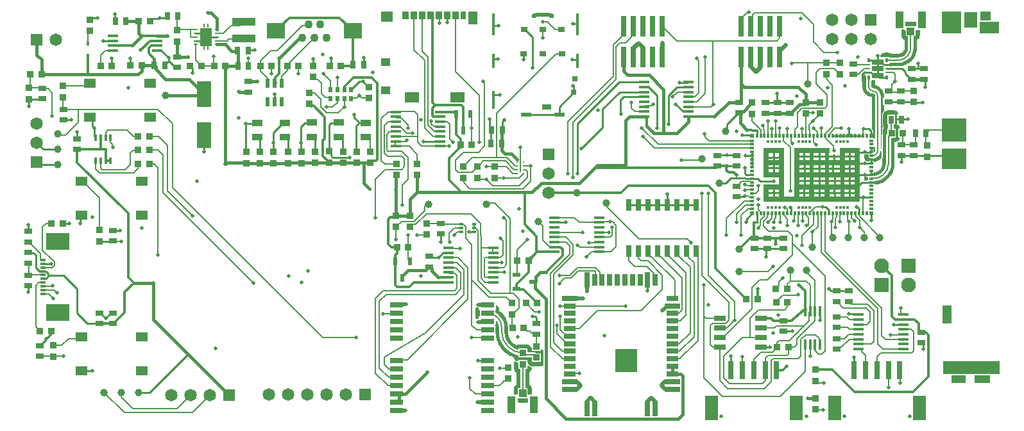
<source format=gtl>
G04*
G04 #@! TF.GenerationSoftware,Altium Limited,Altium Designer,21.6.4 (81)*
G04*
G04 Layer_Physical_Order=1*
G04 Layer_Color=255*
%FSLAX44Y44*%
%MOMM*%
G71*
G04*
G04 #@! TF.SameCoordinates,DA7206DA-C6EB-4482-9556-2D8F6DD5BCF2*
G04*
G04*
G04 #@! TF.FilePolarity,Positive*
G04*
G01*
G75*
%ADD10C,0.2000*%
%ADD12C,0.1500*%
%ADD13C,0.2540*%
%ADD14C,0.2500*%
%ADD16C,0.2500*%
%ADD17R,0.5000X0.8000*%
%ADD18R,0.9500X0.9000*%
%ADD19R,1.7810X0.8000*%
%ADD20R,1.7810X0.8000*%
%ADD21R,0.7500X1.6000*%
%ADD22R,0.7400X2.7950*%
%ADD23R,0.9000X0.9500*%
%ADD24R,0.7800X0.9900*%
%ADD25R,0.9900X0.7800*%
%ADD26R,1.5500X0.7450*%
%ADD27R,1.5500X0.6700*%
%ADD28R,0.4250X0.5150*%
%ADD29R,0.4250X0.2750*%
%ADD30R,0.9000X0.7000*%
%ADD31R,0.7000X0.7000*%
%ADD32R,1.2000X0.6500*%
%ADD33R,0.4500X2.9000*%
%ADD34R,0.4500X1.9000*%
%ADD35R,0.7500X0.7000*%
%ADD36R,1.4000X0.5000*%
%ADD37R,0.4500X2.4000*%
%ADD38R,0.6000X0.6000*%
%ADD39R,0.8000X0.8000*%
%ADD40R,0.3000X0.3000*%
%ADD41R,0.3000X0.5400*%
%ADD42R,0.5400X0.5400*%
%ADD43R,0.5400X0.3000*%
%ADD44R,0.6000X1.0500*%
%ADD45R,1.4750X0.4500*%
%ADD46R,3.0000X3.0300*%
%ADD47R,0.7000X2.0000*%
%ADD48R,2.0000X0.7000*%
%ADD49R,1.5000X0.7000*%
%ADD50R,0.7000X1.5000*%
%ADD51R,0.2540X0.2540*%
%ADD52R,1.0000X1.0500*%
%ADD53R,1.0500X2.2000*%
%ADD54R,1.5500X1.3500*%
%ADD55R,1.2000X1.0000*%
%ADD56R,1.9000X1.3500*%
%ADD57R,1.1700X1.8000*%
%ADD58R,0.7500X1.1000*%
%ADD59R,0.8500X1.1000*%
%ADD60R,1.5500X1.3000*%
%ADD61R,0.8000X0.3000*%
%ADD62R,3.0500X2.2000*%
%ADD63R,1.5250X0.6500*%
%ADD64R,0.2500X0.6000*%
%ADD65R,1.6500X2.4000*%
%ADD66R,0.6000X0.2400*%
%ADD67R,3.2000X3.1000*%
%ADD68R,3.2000X2.7300*%
%ADD69R,7.5000X1.8000*%
%ADD70R,1.2000X2.4000*%
%ADD71R,2.5000X1.6500*%
%ADD72R,1.7000X2.1000*%
%ADD73R,2.5000X2.9000*%
%ADD74R,1.4000X1.2500*%
%ADD75R,1.9500X1.1000*%
%ADD76R,2.0000X1.1000*%
%ADD77R,1.0500X0.6000*%
%ADD78R,2.4000X2.0000*%
%ADD79R,1.0000X0.6750*%
%ADD80R,1.8500X3.5000*%
%ADD81R,1.4000X0.9000*%
%ADD82R,0.4500X1.4250*%
%ADD83R,0.4200X0.5600*%
%ADD84R,3.0500X1.1400*%
%ADD85R,0.4700X0.3000*%
%ADD86R,0.3500X0.8500*%
%ADD87R,0.8000X2.4000*%
%ADD88R,1.8000X3.3000*%
%ADD89R,0.6000X1.2000*%
%ADD90R,1.4500X0.9500*%
%ADD175C,0.1900*%
%ADD176C,1.0000*%
%ADD177C,0.5000*%
%ADD178C,0.4000*%
%ADD179C,0.1650*%
%ADD180C,0.3000*%
%ADD181C,0.3500*%
%ADD182C,0.6000*%
%ADD183C,0.6350*%
%ADD184C,0.2400*%
%ADD185C,0.3600*%
%ADD186C,0.2032*%
%ADD187C,0.3360*%
%ADD188C,1.6500*%
%ADD189R,1.6500X1.6500*%
%ADD190R,1.6500X1.6500*%
%ADD191C,1.1000*%
%ADD192R,1.9500X1.9500*%
%ADD193C,1.9500*%
%ADD194C,0.5000*%
%ADD195C,0.4000*%
G36*
X1186671Y532809D02*
X1186790Y532760D01*
Y528166D01*
X1186080Y527190D01*
X1173580D01*
X1172870Y528166D01*
Y532760D01*
X1172989Y532809D01*
X1174830Y533052D01*
X1184830D01*
X1186671Y532809D01*
D02*
G37*
G36*
X1172870Y522400D02*
X1173580Y521424D01*
Y514190D01*
X1176261D01*
Y500273D01*
X1176261Y499141D01*
X1176264Y499019D01*
X1176214Y497784D01*
X1175892Y495341D01*
X1174637Y492313D01*
X1172642Y489712D01*
X1170041Y487716D01*
X1167012Y486462D01*
X1165435Y486254D01*
X1164165Y486278D01*
X1164132Y486264D01*
X1163961Y486089D01*
X1151535D01*
Y486345D01*
X1144785D01*
Y486125D01*
X1140014D01*
X1139356Y487395D01*
X1139876Y488651D01*
X1141007Y490124D01*
X1142479Y491254D01*
X1144195Y491964D01*
X1146035Y492207D01*
X1150285D01*
X1152126Y491964D01*
X1153841Y491254D01*
X1154545Y490714D01*
X1163755D01*
X1165299Y490866D01*
X1166776Y491315D01*
X1168138Y492042D01*
X1169332Y493022D01*
X1170311Y494216D01*
X1171039Y495577D01*
X1171487Y497055D01*
X1171651Y498714D01*
X1171627Y498855D01*
X1171647Y499059D01*
X1171636Y499141D01*
Y509131D01*
X1171274Y509281D01*
X1169801Y510411D01*
X1168671Y511884D01*
X1167961Y513600D01*
X1167718Y515440D01*
Y522400D01*
X1172870D01*
D02*
G37*
G36*
X1191942Y515440D02*
X1191699Y513600D01*
X1190989Y511884D01*
X1189859Y510411D01*
X1188386Y509281D01*
X1188024Y509131D01*
Y499141D01*
X1187985Y498843D01*
X1187977Y498592D01*
X1187999Y497895D01*
X1187670Y494547D01*
X1187511Y493867D01*
X1187398Y493180D01*
X1186421Y489960D01*
X1186133Y489325D01*
X1185888Y488672D01*
X1184302Y485706D01*
X1183896Y485139D01*
X1183527Y484547D01*
X1181393Y481946D01*
X1180884Y481469D01*
X1180407Y480960D01*
X1177807Y478826D01*
X1177215Y478458D01*
X1176648Y478052D01*
X1176032Y477723D01*
X1173610D01*
Y476439D01*
X1173028Y476220D01*
X1172393Y475933D01*
X1169174Y474956D01*
X1168486Y474842D01*
X1167807Y474684D01*
X1165355Y474442D01*
X1165151Y474388D01*
X1165150D01*
X1165150Y474388D01*
X1165114D01*
X1165112Y474387D01*
X1165112Y474387D01*
X1164732D01*
X1164453Y474342D01*
X1164441Y474343D01*
X1164415Y474339D01*
X1164353Y474346D01*
X1164226Y474329D01*
X1164213Y474330D01*
X1164184Y474326D01*
X1154545D01*
X1154095Y473981D01*
X1153295Y474229D01*
X1152825Y474609D01*
Y474820D01*
X1148160D01*
Y477360D01*
X1152825D01*
Y478952D01*
X1163050D01*
X1164186Y478950D01*
X1164202Y478937D01*
X1164202Y478918D01*
X1165413Y479082D01*
X1165414Y479082D01*
X1165343Y479074D01*
X1165413Y479082D01*
X1165421Y479083D01*
X1167600Y479297D01*
X1171290Y480417D01*
X1174691Y482235D01*
X1177672Y484681D01*
X1180119Y487662D01*
X1181937Y491063D01*
X1183056Y494754D01*
X1183434Y498592D01*
X1183386Y499078D01*
X1183399Y499141D01*
Y514190D01*
X1186080D01*
Y521424D01*
X1186790Y522400D01*
X1191942D01*
Y515440D01*
D02*
G37*
G36*
X1119735Y467529D02*
Y467360D01*
X1124400D01*
Y464820D01*
X1119735D01*
Y462175D01*
X1121025D01*
Y460633D01*
X1120832Y459660D01*
Y447490D01*
X1120852Y447388D01*
X1120806Y447040D01*
X1121102Y444795D01*
X1121968Y442703D01*
X1123346Y440906D01*
X1125143Y439528D01*
X1127235Y438661D01*
X1128529Y438491D01*
X1129030Y438391D01*
X1129080Y438401D01*
X1130588Y438101D01*
X1131909Y437219D01*
X1132791Y435898D01*
X1133065Y434520D01*
X1133030Y434340D01*
Y379335D01*
X1132019Y378710D01*
X1129657D01*
X1129342Y379980D01*
X1129885Y380343D01*
X1130442Y381176D01*
X1130638Y382160D01*
Y388312D01*
X1130442Y389295D01*
X1129885Y390129D01*
X1128404Y391609D01*
Y433798D01*
X1128189Y433827D01*
X1128102D01*
X1128102Y433827D01*
X1128101Y433827D01*
X1128101D01*
X1127655Y433946D01*
X1127551Y433953D01*
X1127442Y433975D01*
X1127189Y434008D01*
X1127111Y434041D01*
X1125713Y434319D01*
X1125271Y434469D01*
X1124814Y434560D01*
X1124396Y434766D01*
X1123955Y434916D01*
X1123567Y435175D01*
X1123149Y435381D01*
X1121131Y436729D01*
X1120781Y437037D01*
X1120393Y437295D01*
X1120086Y437646D01*
X1119735Y437953D01*
X1119476Y438341D01*
X1119169Y438691D01*
X1117821Y440709D01*
X1117615Y441127D01*
X1117356Y441515D01*
X1117206Y441956D01*
X1117000Y442374D01*
X1116909Y442831D01*
X1116759Y443273D01*
X1116286Y445653D01*
X1116255Y446118D01*
X1116164Y446575D01*
X1116195Y447040D01*
X1116164Y447505D01*
X1116206Y447715D01*
Y453412D01*
X1116116Y453529D01*
X1115406Y455245D01*
X1115163Y457085D01*
Y462235D01*
X1115406Y464076D01*
X1116057Y465647D01*
X1118465Y468055D01*
X1119735Y467529D01*
D02*
G37*
G36*
X1133200Y454775D02*
X1132684Y453529D01*
X1132594Y453412D01*
Y449686D01*
X1134002Y449308D01*
X1136099Y448440D01*
X1136099Y448440D01*
X1136916Y447968D01*
X1137706Y447512D01*
X1137707Y447512D01*
X1139507Y446130D01*
X1140820Y444817D01*
X1142202Y443017D01*
X1142202Y443016D01*
X1142658Y442225D01*
X1143130Y441409D01*
X1143130Y441409D01*
X1143998Y439312D01*
X1144420Y437738D01*
Y436190D01*
X1144654D01*
X1144767Y435327D01*
X1144783Y435268D01*
Y434802D01*
X1143812Y433780D01*
X1143130D01*
Y420900D01*
X1144792D01*
Y415125D01*
X1144744Y415041D01*
X1144732Y414949D01*
X1144666Y414883D01*
X1144629Y414794D01*
X1144356Y414584D01*
X1144264Y414426D01*
X1144106Y414334D01*
X1143050Y412957D01*
X1143002Y412781D01*
X1142873Y412652D01*
X1142209Y411048D01*
Y410866D01*
X1142117Y410707D01*
X1141891Y408987D01*
X1141915Y408896D01*
X1141879Y408810D01*
Y398910D01*
X1141915Y398824D01*
X1141891Y398733D01*
X1142117Y397013D01*
X1142209Y396855D01*
Y396672D01*
X1142870Y395075D01*
X1142876Y395069D01*
X1142876Y395060D01*
X1142940Y394912D01*
Y394679D01*
X1142943Y394671D01*
X1142940Y394663D01*
X1142943Y394430D01*
X1142379Y393068D01*
Y392886D01*
X1142287Y392727D01*
X1142061Y391007D01*
X1142085Y390916D01*
X1142049Y390830D01*
Y384699D01*
X1141921Y384388D01*
Y384206D01*
X1141829Y384047D01*
X1141784Y383703D01*
X1141694Y383368D01*
X1141718Y383187D01*
X1141648Y383018D01*
Y382671D01*
X1141603Y382327D01*
X1141627Y382236D01*
X1141591Y382150D01*
Y365896D01*
X1141437Y365747D01*
X1140167Y366285D01*
Y434079D01*
X1140219Y434340D01*
X1140246D01*
X1139864Y437243D01*
X1138743Y439948D01*
X1136961Y442271D01*
X1134638Y444053D01*
X1131933Y445174D01*
X1129300Y445520D01*
X1128399Y445894D01*
X1128327Y446067D01*
X1127942Y447176D01*
X1127969Y447490D01*
X1127969Y448414D01*
Y455509D01*
X1128048Y455562D01*
X1128371Y456045D01*
X1132535D01*
X1133200Y454775D01*
D02*
G37*
G36*
X1133030Y367130D02*
Y364324D01*
X1133030Y363172D01*
X1133000Y363140D01*
X1133013Y363039D01*
X1132829Y361872D01*
X1132794Y361698D01*
X1132375Y361071D01*
X1131829Y361022D01*
X1130638Y362099D01*
Y365960D01*
X1130500Y366654D01*
X1131252Y367843D01*
X1131920Y367973D01*
X1133030Y367130D01*
D02*
G37*
G36*
X1124118Y353210D02*
X1125014D01*
X1125695Y351943D01*
X1125499Y350960D01*
Y348224D01*
X1122000D01*
X1121813Y348301D01*
X1120340Y349431D01*
X1119210Y350904D01*
X1118499Y352619D01*
X1118257Y354460D01*
Y357460D01*
X1118343Y358111D01*
X1124118D01*
Y353210D01*
D02*
G37*
G36*
X1141591Y361631D02*
Y354071D01*
X1141527Y353917D01*
Y353823D01*
X1141470Y353749D01*
X1141427Y353588D01*
X1141022Y353060D01*
X1139709Y351747D01*
X1138090Y350505D01*
X1138090Y350504D01*
X1136482Y349576D01*
X1135404Y349130D01*
X1134324Y348301D01*
X1132609Y347591D01*
X1131908Y347498D01*
X1130638Y348612D01*
Y350960D01*
X1130559Y351354D01*
X1131246Y352609D01*
X1131360Y352704D01*
X1131440Y352736D01*
X1131725Y352824D01*
X1132528Y352930D01*
X1135021Y353963D01*
X1137163Y355606D01*
X1138806Y357747D01*
X1139838Y360241D01*
X1140082Y362091D01*
X1140321Y362269D01*
X1141591Y361631D01*
D02*
G37*
G36*
X1123960Y327445D02*
Y324476D01*
X1123024Y323529D01*
X1118379D01*
X1118257Y324460D01*
Y327460D01*
X1118379Y328391D01*
X1123023D01*
X1123960Y327445D01*
D02*
G37*
G36*
X1159521Y415679D02*
X1161236Y414969D01*
X1162709Y413839D01*
X1163644Y412620D01*
X1163330Y411605D01*
X1163160Y411350D01*
X1161340D01*
Y405130D01*
X1167780D01*
Y402590D01*
X1161340D01*
Y396370D01*
X1162966D01*
X1164055Y395877D01*
X1164781Y394943D01*
X1165209Y394386D01*
X1165638Y393350D01*
X1164850Y392080D01*
X1163800D01*
Y380080D01*
X1164850D01*
X1165638Y378810D01*
X1165209Y377774D01*
X1164079Y376301D01*
X1162757Y375287D01*
X1161733D01*
Y374809D01*
X1160891Y374461D01*
X1159050Y374218D01*
X1158760D01*
Y345434D01*
X1158748Y345341D01*
X1158752Y345308D01*
X1158706Y344996D01*
X1158715Y344719D01*
X1158699Y344560D01*
Y344506D01*
X1158699Y344504D01*
Y344501D01*
X1158690Y344471D01*
X1158348Y340992D01*
X1158189Y340312D01*
X1158076Y339624D01*
X1156878Y335677D01*
X1156590Y335042D01*
X1156345Y334389D01*
X1154400Y330751D01*
X1153994Y330185D01*
X1153626Y329592D01*
X1151009Y326404D01*
X1150500Y325927D01*
X1150023Y325418D01*
X1146835Y322801D01*
X1146243Y322433D01*
X1145676Y322027D01*
X1142038Y320082D01*
X1141385Y319837D01*
X1140750Y319549D01*
X1136803Y318351D01*
X1136115Y318238D01*
X1135435Y318079D01*
X1133288Y317868D01*
X1133275Y317867D01*
X1132019Y318659D01*
Y318710D01*
X1131123D01*
X1130442Y319977D01*
X1130638Y320960D01*
X1130627Y321012D01*
X1130627Y321017D01*
X1131592Y322335D01*
X1135228Y322693D01*
X1139647Y324033D01*
X1143719Y326210D01*
X1147288Y329139D01*
X1150217Y332708D01*
X1152394Y336780D01*
X1153734Y341199D01*
X1154028Y344184D01*
X1154145Y345371D01*
X1154138Y346629D01*
X1154138Y346653D01*
Y378631D01*
X1154279Y378747D01*
X1155078Y378906D01*
X1155338Y378940D01*
X1155386Y378967D01*
X1155547Y378999D01*
X1156196Y379433D01*
X1156459Y379584D01*
X1156498Y379635D01*
X1156622Y379718D01*
X1156864Y380080D01*
X1160300D01*
Y392080D01*
X1157298D01*
Y397660D01*
X1158930D01*
Y410060D01*
X1148630D01*
Y397660D01*
X1150262D01*
Y392080D01*
X1148800D01*
Y385083D01*
X1148133Y384637D01*
X1147370Y383496D01*
X1147102Y382150D01*
Y345503D01*
X1147096Y345497D01*
X1147096D01*
X1147096Y345497D01*
X1146809Y342576D01*
X1145870Y339482D01*
X1144346Y336631D01*
X1142295Y334132D01*
X1139796Y332081D01*
X1136945Y330557D01*
X1133851Y329618D01*
X1131522Y329389D01*
X1131402Y329454D01*
X1130564Y330565D01*
X1130563Y330584D01*
X1130638Y330960D01*
Y333308D01*
X1131908Y334422D01*
X1132609Y334329D01*
X1132983Y334174D01*
X1135171Y334838D01*
X1137222Y335934D01*
X1139018Y337408D01*
X1140493Y339206D01*
X1141589Y341256D01*
X1142264Y343480D01*
X1142480Y345676D01*
Y352738D01*
X1142664Y352978D01*
X1142777Y353399D01*
X1142944Y353802D01*
Y363137D01*
X1142759Y363585D01*
X1142607Y364013D01*
X1142654Y364127D01*
X1142849Y364327D01*
X1142845Y364586D01*
X1142944Y364826D01*
Y382150D01*
X1142989Y382494D01*
X1142965Y382584D01*
X1143001Y382671D01*
Y383018D01*
X1143001Y383018D01*
X1143091Y383353D01*
X1143079Y383446D01*
X1143125Y383527D01*
X1143171Y383871D01*
X1143299Y384181D01*
Y384451D01*
X1143402Y384699D01*
Y390830D01*
X1143629Y392551D01*
X1144293Y394154D01*
Y394163D01*
X1144299Y394169D01*
X1144293Y394679D01*
Y395189D01*
X1144287Y395196D01*
X1144287Y395205D01*
X1144120Y395593D01*
X1143459Y397189D01*
X1143232Y398910D01*
Y408810D01*
X1143459Y410531D01*
X1144123Y412134D01*
X1145179Y413511D01*
X1145616Y413845D01*
X1145663Y413926D01*
X1145749Y413962D01*
X1145916Y414365D01*
X1146134Y414742D01*
X1146116Y414809D01*
X1146324Y414969D01*
X1148039Y415679D01*
X1149880Y415922D01*
X1157680D01*
X1159521Y415679D01*
D02*
G37*
G36*
X608700Y155415D02*
X609747D01*
Y152405D01*
X611037D01*
Y143485D01*
X609747D01*
Y140112D01*
X608608D01*
X607145Y139821D01*
X606041Y140600D01*
X605418Y142104D01*
X605176Y143945D01*
Y151945D01*
X605418Y153785D01*
X605940Y155045D01*
X607237Y155706D01*
X608700Y155415D01*
D02*
G37*
G36*
X635126Y156974D02*
X636256Y155501D01*
X636967Y153785D01*
X637209Y151945D01*
Y150692D01*
X639961Y148433D01*
X640437Y147924D01*
X640947Y147448D01*
X643380Y144483D01*
X643748Y143891D01*
X644154Y143324D01*
X645962Y139941D01*
X646208Y139289D01*
X646496Y138653D01*
X647609Y134983D01*
X647722Y134295D01*
X647881Y133616D01*
X648185Y130523D01*
X648214Y130416D01*
Y130416D01*
X648214Y130415D01*
Y130230D01*
X648217Y130206D01*
X648214Y130134D01*
Y129983D01*
X648264Y129654D01*
X648259Y129602D01*
X648274Y129486D01*
Y124460D01*
X648263Y124376D01*
X648276Y124259D01*
X648246Y124068D01*
X648256Y123876D01*
X648247Y123765D01*
X648499Y120563D01*
X649249Y117440D01*
X650478Y114473D01*
X652156Y111734D01*
X654242Y109292D01*
X656684Y107206D01*
X659396Y105545D01*
X659714Y105789D01*
X661429Y106499D01*
X663270Y106742D01*
X672770D01*
X674611Y106499D01*
X676326Y105789D01*
X677799Y104659D01*
X678929Y103186D01*
X679639Y101471D01*
X679714Y100904D01*
X680063D01*
Y98270D01*
X692063D01*
Y99320D01*
X693333Y100108D01*
X694369Y99679D01*
X695186Y99051D01*
Y78989D01*
X694369Y78361D01*
X692653Y77651D01*
X690813Y77408D01*
X681313D01*
X679472Y77651D01*
X677757Y78361D01*
X676284Y79491D01*
X675154Y80964D01*
X674522Y82490D01*
X674306Y83721D01*
D01*
X674020Y84945D01*
Y85880D01*
X662020D01*
Y84830D01*
X660750Y84042D01*
X659714Y84471D01*
X658241Y85601D01*
X657111Y87074D01*
X656401Y88789D01*
X656360Y89099D01*
X652494Y90701D01*
X652010Y90980D01*
X651500Y91207D01*
X647521Y93645D01*
X647087Y93997D01*
X646618Y94301D01*
X643071Y97331D01*
X642697Y97747D01*
X642281Y98120D01*
X639251Y101669D01*
X638947Y102137D01*
X638595Y102571D01*
X636157Y106550D01*
X635930Y107060D01*
X635651Y107544D01*
X633865Y111855D01*
X633720Y112395D01*
X633520Y112916D01*
X632431Y117453D01*
X632373Y118009D01*
X632256Y118555D01*
X631890Y123207D01*
X631919Y123765D01*
X631890Y124323D01*
X631895Y124389D01*
X631886Y124460D01*
Y129205D01*
X631853Y129539D01*
X632637Y130405D01*
X632637D01*
Y137184D01*
X633833Y137612D01*
X634016Y137388D01*
X635395Y134810D01*
X636243Y132012D01*
X636499Y129412D01*
X636499Y129412D01*
X636499D01*
X636511Y129401D01*
Y124460D01*
X636522Y124404D01*
X636472Y123765D01*
X636869Y118721D01*
X638050Y113801D01*
X639986Y109127D01*
X642630Y104813D01*
X645916Y100966D01*
X649763Y97680D01*
X654077Y95036D01*
X658751Y93100D01*
X662020Y92316D01*
Y89380D01*
X669241D01*
X670440Y89141D01*
X680063D01*
Y83270D01*
X692063D01*
Y94770D01*
X685206D01*
X684896Y95233D01*
X683738Y96007D01*
X682373Y96279D01*
X674020D01*
Y100880D01*
X662020D01*
Y100720D01*
X661000Y99963D01*
X659095Y100541D01*
X654749Y102864D01*
X650940Y105990D01*
X647814Y109799D01*
X645491Y114145D01*
X644061Y118861D01*
X643642Y123115D01*
X643637Y124374D01*
X643649Y124460D01*
X643649Y125638D01*
Y128301D01*
X643649Y129481D01*
X643650Y129487D01*
X643646Y129561D01*
X643646D01*
X643267Y133409D01*
X642011Y137550D01*
X639971Y141367D01*
X637225Y144712D01*
X633880Y147458D01*
X631347Y148812D01*
Y152405D01*
X632637D01*
Y157425D01*
X632892Y157595D01*
X633907Y157909D01*
X635126Y156974D01*
D02*
G37*
G36*
X675369Y78576D02*
X675460Y78418D01*
X676933Y77288D01*
X677110Y77240D01*
X677239Y77111D01*
X678954Y76401D01*
X678972D01*
X679855Y75428D01*
X679639Y73789D01*
X678929Y72074D01*
X677799Y70601D01*
X676326Y69471D01*
X676214Y69425D01*
Y53479D01*
X676576Y53329D01*
X678049Y52199D01*
X679179Y50726D01*
X679889Y49011D01*
X680132Y47170D01*
Y40210D01*
X674980D01*
X674270Y41186D01*
Y48420D01*
X671589D01*
Y74380D01*
X674020D01*
Y78133D01*
X674859Y78510D01*
X675290Y78622D01*
X675369Y78576D01*
D02*
G37*
G36*
X657418Y84528D02*
X658891Y83398D01*
X659067Y83350D01*
X659196Y83221D01*
X660232Y82792D01*
X660347D01*
X660441Y82725D01*
X660750Y82775D01*
X661331Y82711D01*
X662020Y81834D01*
Y74380D01*
X664451D01*
Y48420D01*
X661770D01*
Y41186D01*
X661060Y40210D01*
X655908D01*
Y47170D01*
X656151Y49011D01*
X656861Y50726D01*
X657991Y52199D01*
X659464Y53329D01*
X659826Y53479D01*
Y69425D01*
X659714Y69471D01*
X658241Y70601D01*
X657111Y72074D01*
X656401Y73789D01*
X656158Y75630D01*
Y83634D01*
X657210Y84535D01*
X657418Y84528D01*
D02*
G37*
G36*
X674270Y35420D02*
X674980Y34444D01*
Y29850D01*
X674861Y29801D01*
X673020Y29558D01*
X663020D01*
X661179Y29801D01*
X661060Y29850D01*
Y34444D01*
X661770Y35420D01*
X674270D01*
D02*
G37*
D10*
X640081Y129487D02*
G03*
X622264Y147561I-18466J-385D01*
G01*
X640080Y124460D02*
G03*
X668020Y95130I28635J-695D01*
G01*
X1164221Y482521D02*
G03*
X1179830Y499141I-459J16071D01*
G01*
X1164184Y482520D02*
G03*
X1164221Y482521I-10J2000D01*
G01*
X1136598Y363172D02*
G03*
X1136599Y363142I2000J18D01*
G01*
X1131005Y356265D02*
G03*
X1136599Y363142I-1153J6651D01*
G01*
X1136650Y434340D02*
G03*
X1129030Y441960I-7620J0D01*
G01*
X1124400Y447490D02*
G03*
X1129030Y441960I5080J-450D01*
G01*
X640080Y124460D02*
Y129486D01*
X961882Y318080D02*
X964002Y315960D01*
X970669D01*
X961070Y318080D02*
X961882D01*
X966099Y302631D02*
X967270Y301460D01*
X961720Y302631D02*
X966099D01*
X961146Y303205D02*
X961720Y302631D01*
X970169Y301460D02*
X970669Y300960D01*
X967270Y301460D02*
X970169D01*
X1016841Y382699D02*
Y392071D01*
X1016814Y382672D02*
X1016841Y382699D01*
X1016814Y392098D02*
X1016841Y392071D01*
X1036809Y382244D02*
X1036881Y382172D01*
X1036809Y382244D02*
Y391774D01*
X1036750Y391833D02*
X1036809Y391774D01*
X1061578Y392164D02*
X1061723Y392019D01*
Y382305D02*
X1061790Y382238D01*
X1061723Y382305D02*
Y392019D01*
X1117085Y382994D02*
Y391837D01*
Y382994D02*
X1117141Y382938D01*
X1117085Y391837D02*
X1117302Y392054D01*
X1101869Y273637D02*
Y279760D01*
Y273637D02*
X1106162Y269343D01*
X1112368Y275275D02*
X1139073Y248570D01*
Y247801D02*
Y248570D01*
X1112368Y275275D02*
Y279260D01*
X1111869Y279760D02*
X1112368Y279260D01*
X1118870Y248254D02*
Y255270D01*
X1118351Y247735D02*
X1118870Y248254D01*
X1112520Y261620D02*
X1118870Y255270D01*
X1097976Y268666D02*
X1098550Y269240D01*
X1097976Y248346D02*
Y268666D01*
X1097280Y247650D02*
X1097976Y248346D01*
X1098550Y269240D02*
Y270052D01*
X688340Y269240D02*
X694690Y262890D01*
Y243973D02*
Y262890D01*
Y243973D02*
X702203Y236460D01*
X703385D01*
X703580Y236265D01*
Y234950D02*
Y236265D01*
X1112520Y261620D02*
Y270528D01*
X1107368Y275679D02*
Y279260D01*
X1106869Y279760D02*
X1107368Y279260D01*
Y275679D02*
X1112520Y270528D01*
X1041400Y203200D02*
X1053540Y191060D01*
Y150390D02*
Y191060D01*
X1021080Y190500D02*
Y204470D01*
X579145Y337795D02*
Y350545D01*
Y337795D02*
X582930Y334010D01*
X579145Y350545D02*
X589159Y360559D01*
X582930Y334010D02*
X601080D01*
X609479Y360559D02*
X617354Y368434D01*
X589159Y360559D02*
X609479D01*
X615950Y453848D02*
X617354Y452444D01*
Y368434D02*
Y452444D01*
X615950Y453848D02*
Y454660D01*
X601276Y353506D02*
X633392D01*
Y412310D01*
X711962Y490880D01*
X633392Y353506D02*
X647254D01*
X593030Y345260D02*
X601276Y353506D01*
X647396Y353364D02*
X657940Y342820D01*
X612330Y345510D02*
X615769Y348949D01*
X645461D01*
X656590Y337820D01*
X589530Y341510D02*
X593030Y345010D01*
X589280Y341510D02*
X589530D01*
X593030Y345010D02*
Y345260D01*
X999920Y99120D02*
X1003420Y102620D01*
X982345Y96520D02*
X997070D01*
X999670Y99120D01*
X999920D01*
X1003420Y102620D02*
Y109220D01*
X1016939Y91988D02*
X1018420Y93469D01*
X987820Y88660D02*
X991148Y91988D01*
X1016939D01*
X972820Y86995D02*
X982345Y96520D01*
X957580Y115570D02*
X967740D01*
X933450Y91440D02*
X957580Y115570D01*
X933450Y61976D02*
Y91440D01*
Y61976D02*
X940816Y54610D01*
X983756D02*
X987820Y58674D01*
X940816Y54610D02*
X983756D01*
X657940Y342820D02*
X660452D01*
X656590Y337820D02*
X660452D01*
X646310Y341510D02*
X655000Y332820D01*
X660452D01*
X631190Y341510D02*
X646310D01*
X1179830Y499141D02*
Y520690D01*
X1148160Y482520D02*
X1164184D01*
X1124400Y459210D02*
X1125525Y458085D01*
X1136598Y363172D02*
Y434340D01*
Y363172D02*
Y363172D01*
X1130931Y356258D02*
X1131005Y356265D01*
X1128068Y355960D02*
X1130931Y356258D01*
X1124400Y447490D02*
Y459210D01*
Y459660D01*
X1086620Y279512D02*
X1086869Y279760D01*
X1086620Y269573D02*
Y279512D01*
X1086372Y269325D02*
X1086620Y269573D01*
X1096869Y271733D02*
X1098550Y270052D01*
X1096869Y278693D02*
X1097368Y279193D01*
X1096869Y271733D02*
Y278693D01*
X609720Y325120D02*
X618813D01*
X608330Y326510D02*
X609720Y325120D01*
X619760D02*
X628650Y316230D01*
X598170Y312420D02*
X668099D01*
X678180Y322501D01*
X589951Y320639D02*
X598170Y312420D01*
X601080Y334010D02*
X604330Y337260D01*
X669192Y342860D02*
X678140D01*
X678180Y322501D02*
Y342900D01*
X1019810Y111760D02*
X1038910Y130860D01*
X1002958D02*
X1038910D01*
X1045929Y137879D01*
X1000368Y128270D02*
X1002958Y130860D01*
X1029970Y106680D02*
Y114300D01*
X1053540Y137870D01*
Y150390D01*
X1045929Y137879D02*
Y149279D01*
X1005960Y111760D02*
X1019810D01*
X1003420Y109220D02*
X1005960Y111760D01*
X967740Y115570D02*
Y140974D01*
Y115570D02*
X982160D01*
X967740Y140974D02*
X978885Y152119D01*
X1006150Y166297D02*
X1011186Y171334D01*
X1030428Y172720D02*
X1031240D01*
X1029042Y171334D02*
X1030428Y172720D01*
X1011186Y171334D02*
X1029042D01*
X668020Y41920D02*
Y80130D01*
X670440Y92710D02*
X682373D01*
X677156Y124270D02*
X679479Y121947D01*
X683853D01*
X672920Y124270D02*
X677156D01*
X685800Y104283D02*
Y120000D01*
X674370Y327660D02*
Y335280D01*
X671830Y337820D02*
X674370Y335280D01*
X662940Y316230D02*
X674370Y327660D01*
X669152Y337820D02*
X671830D01*
X628650Y316230D02*
X662940D01*
X1117234Y280126D02*
Y300624D01*
X1117570Y300960D01*
X997033Y382324D02*
Y391947D01*
X1116869Y279760D02*
X1117234Y280126D01*
X1005780Y189170D02*
X1010920Y194310D01*
X1021080Y190500D02*
X1041400D01*
X1047040Y150390D02*
Y184860D01*
X1041400Y190500D02*
X1047040Y184860D01*
X1017041Y180351D02*
Y186461D01*
X1021080Y190500D01*
X664736Y345386D02*
Y366644D01*
Y345386D02*
X664802Y345320D01*
X664670Y366711D02*
X664736Y366644D01*
X664802Y335320D02*
Y345320D01*
X700206Y532964D02*
X710590Y522580D01*
X694690Y532964D02*
X700206D01*
X711962Y490880D02*
X719730D01*
X710590Y522580D02*
X718730D01*
X978885Y152119D02*
X1013179D01*
X982160Y128270D02*
X1000368D01*
X619760Y341630D02*
X631070D01*
X589951Y320639D02*
Y325839D01*
X1018420Y93469D02*
Y102870D01*
X987820Y72640D02*
Y88660D01*
X1026160Y102870D02*
X1029970Y106680D01*
X1018420Y102870D02*
X1026160D01*
X987820Y58674D02*
Y72640D01*
X1017150Y156090D02*
Y162297D01*
X1013179Y152119D02*
X1017150Y156090D01*
X1005780Y184090D02*
Y189170D01*
X972820Y72640D02*
Y86995D01*
X660452Y347820D02*
Y350976D01*
D12*
X487680Y172720D02*
X579120D01*
X586042Y179642D01*
X478790Y163830D02*
X487680Y172720D01*
X481330Y349765D02*
Y405130D01*
X490225Y414025D02*
X500108D01*
X481330Y405130D02*
X490225Y414025D01*
X485140Y395650D02*
X490515Y401025D01*
X500108D01*
X485140Y359841D02*
Y395650D01*
Y359841D02*
X489381Y355600D01*
X481330Y349765D02*
X485775Y345320D01*
X524320Y496042D02*
X538480Y481882D01*
Y392955D02*
X549910Y381525D01*
X538480Y392955D02*
Y481882D01*
X34290Y231140D02*
Y261900D01*
Y231140D02*
X47570Y217860D01*
X47584D02*
X50220Y215224D01*
Y211496D02*
Y215224D01*
X47570Y217860D02*
X47584D01*
X34290Y261900D02*
X39090Y266700D01*
X473710Y68580D02*
Y167640D01*
X483870Y177800D01*
X473710Y68580D02*
X490345Y51945D01*
X478790Y74930D02*
Y163830D01*
Y74930D02*
X490886Y62834D01*
X490345Y51945D02*
X504678D01*
X504566Y62834D02*
X504678Y62945D01*
X490886Y62834D02*
X504566D01*
X485140Y80010D02*
Y89928D01*
Y80010D02*
X490886Y74264D01*
X539751Y121921D02*
X590550Y172720D01*
X485140Y89928D02*
X485717Y90506D01*
X539751Y121921D01*
X504359Y74264D02*
X504678Y73945D01*
X490886Y74264D02*
X504359D01*
X605456Y40974D02*
X617648D01*
X617677Y40945D01*
X504053Y147320D02*
X504678Y147945D01*
X483870Y147320D02*
X504053D01*
X647598Y74930D02*
X648970Y76302D01*
X637540Y74930D02*
X647598D01*
X617677Y114945D02*
X618302Y115570D01*
X600710D02*
X617052D01*
X504678Y84945D02*
X506102Y86369D01*
X515629D01*
X617677Y51945D02*
X637045D01*
X642849Y57749D02*
X645416D01*
X648970Y61302D01*
X641008Y55908D02*
X642849Y57749D01*
X641008Y55908D02*
Y55908D01*
X637045Y51945D02*
X641008Y55908D01*
X570060Y221238D02*
X582422D01*
X595630Y208030D01*
Y166370D02*
Y208030D01*
X515629Y86369D02*
X595630Y166370D01*
X570060Y201737D02*
X571560Y200238D01*
X578273D01*
X581030Y197480D01*
Y180766D02*
Y197480D01*
X578064Y177800D02*
X581030Y180766D01*
X483870Y177800D02*
X578064D01*
X570060Y208237D02*
X579033D01*
X586042Y201228D01*
Y179642D02*
Y201228D01*
X618177Y125945D02*
X621427Y129195D01*
X600710Y132080D02*
Y191721D01*
Y132080D02*
X606845Y125945D01*
X617677D01*
X618177D01*
X570060Y214738D02*
X581298D01*
X590550Y205486D01*
Y172720D02*
Y205486D01*
X598170Y48260D02*
Y62230D01*
Y48260D02*
X605456Y40974D01*
X646310Y168910D02*
X654050Y161170D01*
X600860Y191397D02*
X623347Y168910D01*
X646310D01*
X991870Y203200D02*
X998220Y209550D01*
X953770Y203200D02*
X991870D01*
X990600Y191770D02*
X1023620Y224790D01*
X980440Y191770D02*
X990600D01*
X1023620Y224790D02*
Y240030D01*
X908720Y380711D02*
X913471Y375960D01*
X908050Y384628D02*
X908720Y383958D01*
Y380711D02*
Y383958D01*
X1041868Y411251D02*
X1043299Y412682D01*
X961102Y310760D02*
X961202Y310860D01*
X970568D02*
X970669Y310960D01*
X961202Y310860D02*
X970568D01*
X986869Y382160D02*
Y390411D01*
X984861Y395911D02*
X985530Y395241D01*
Y391749D02*
X986869Y390411D01*
X985530Y391749D02*
Y395241D01*
X991351Y401964D02*
X991610Y401706D01*
Y382418D02*
X991869Y382160D01*
X991610Y382418D02*
Y401706D01*
X1001483Y402021D02*
X1001676Y401829D01*
Y382352D02*
Y401829D01*
Y382352D02*
X1001869Y382160D01*
X1006745Y382283D02*
Y392141D01*
Y382283D02*
X1006869Y382160D01*
X1006622Y392264D02*
X1006745Y392141D01*
X1056450Y407850D02*
X1060200Y411600D01*
X1056450Y407600D02*
Y407850D01*
X1051095Y402244D02*
X1056450Y407600D01*
X1060200Y411600D02*
X1060450D01*
X1051095Y401985D02*
Y402244D01*
X1045929Y389765D02*
Y396820D01*
X1051095Y401985D01*
X1079845Y392164D02*
X1088446D01*
X1073369Y385688D02*
X1079845Y392164D01*
X1073369Y384860D02*
Y385688D01*
X1071868Y383360D02*
X1073369Y384860D01*
X936836Y251349D02*
Y272880D01*
X959916Y295960D01*
X949960Y268025D02*
X950016Y267969D01*
X949960Y268025D02*
Y279400D01*
X961520Y290960D01*
X807720Y217170D02*
Y229850D01*
X883920D02*
X886920Y226850D01*
X896620Y229850D02*
X899154Y227316D01*
X874680Y222600D02*
X888765Y208515D01*
X874230Y107480D02*
X888765Y122015D01*
Y208515D01*
X865177Y137480D02*
X875350D01*
X874049Y147609D02*
X878487Y152047D01*
X865177Y147480D02*
X865306Y147609D01*
X837894Y222600D02*
X868680Y191813D01*
X865177Y167480D02*
X865930D01*
X868680Y170230D01*
Y191813D01*
X824230Y151130D02*
X852170Y179070D01*
X730177Y127480D02*
X742950D01*
X760399Y144929D01*
X766600Y151130D01*
X824230D01*
X874220Y222600D02*
X874680D01*
X871220Y225600D02*
X874220Y222600D01*
X871220Y225600D02*
Y229850D01*
X875350Y137480D02*
X883396Y145526D01*
Y201184D01*
X861980Y222600D02*
X883396Y201184D01*
X861520Y222600D02*
X861980D01*
X858520Y225600D02*
X861520Y222600D01*
X858520Y225600D02*
Y229850D01*
X865306Y147609D02*
X874049D01*
X878487Y152047D02*
Y194048D01*
X849936Y222600D02*
X878487Y194048D01*
X848820Y222600D02*
X849936D01*
X845820Y225600D02*
X848820Y222600D01*
X845820Y225600D02*
Y229850D01*
X852170Y179070D02*
Y198120D01*
X833120Y217170D02*
X852170Y198120D01*
X823595Y217170D02*
X833120D01*
X820420Y220345D02*
X823595Y217170D01*
X820420Y220345D02*
Y229850D01*
X836120Y222600D02*
X837894D01*
X833120Y225600D02*
X836120Y222600D01*
X833120Y225600D02*
Y229850D01*
X865177Y107480D02*
X874230D01*
X899154Y111754D02*
Y227316D01*
X874880Y87480D02*
X899154Y111754D01*
X865177Y87480D02*
X874880D01*
X886920Y221790D02*
Y226850D01*
Y221790D02*
X894051Y214660D01*
Y116811D02*
Y214660D01*
X874720Y97480D02*
X894051Y116811D01*
X865177Y97480D02*
X874720D01*
X807720Y217170D02*
X815340Y209550D01*
X831850D01*
X840849Y200551D01*
Y193509D02*
Y200551D01*
Y193509D02*
X842678Y191680D01*
X981710Y263996D02*
Y270510D01*
X979212Y260551D02*
Y261498D01*
X981710Y263996D01*
X1025595Y269686D02*
X1026232Y270323D01*
Y279123D01*
X1026869Y279760D01*
X1017270Y263852D02*
Y272330D01*
X1017253Y263834D02*
X1017270Y263852D01*
X1036869Y279760D02*
X1037005Y279624D01*
Y270138D02*
Y279624D01*
Y270138D02*
X1037141Y270002D01*
X1031777Y263926D02*
Y279668D01*
X1031684Y263834D02*
X1031777Y263926D01*
Y279668D02*
X1031868Y279760D01*
X1043940Y478790D02*
X1068403D01*
X1023366D02*
X1043940D01*
Y451027D02*
Y478790D01*
X1022858Y478282D02*
X1023366Y478790D01*
X64414Y383184D02*
X81280Y400050D01*
X56236Y383184D02*
X64414D01*
X54610Y384810D02*
X56236Y383184D01*
X81280Y400050D02*
Y416560D01*
Y417210D02*
X186802D01*
X1075497Y249298D02*
Y269046D01*
Y249298D02*
X1077059Y247735D01*
X884618Y246380D02*
X889698Y241300D01*
X821690Y246380D02*
X884618D01*
X778510Y289560D02*
X821690Y246380D01*
X778510Y289560D02*
Y293370D01*
X1050290Y234950D02*
Y255270D01*
X232410Y16510D02*
X255270Y39370D01*
X142240Y16510D02*
X232410D01*
X115570Y43180D02*
X142240Y16510D01*
X212090Y21590D02*
X229870Y39370D01*
X153670Y21590D02*
X212090D01*
X138430Y36830D02*
X153670Y21590D01*
X138430Y36830D02*
Y43180D01*
X1066800Y97790D02*
Y196850D01*
X1023620Y240030D02*
Y250190D01*
Y240030D02*
X1066800Y196850D01*
X877189Y350520D02*
X902970D01*
X787400Y502920D02*
X798315Y513835D01*
X787400Y461010D02*
Y502920D01*
X727710Y401320D02*
X787400Y461010D01*
X791210Y500380D02*
X796290Y505460D01*
X791210Y457200D02*
Y500380D01*
X734060Y400050D02*
X791210Y457200D01*
X956310Y277324D02*
X964946Y285960D01*
X956310Y251460D02*
Y277324D01*
X500380Y261740D02*
X507880Y269240D01*
X524510D01*
X538480Y283210D01*
Y289560D01*
X541020Y292100D01*
X621030Y293370D02*
X631190D01*
X619760Y292100D02*
X621030Y293370D01*
X651510Y173990D02*
Y273050D01*
X631190Y293370D02*
X651510Y273050D01*
Y173990D02*
X655320D01*
X625686D02*
X651510D01*
X642620Y274320D02*
X646430Y270510D01*
Y212248D02*
Y270510D01*
X642419Y208237D02*
X646430Y212248D01*
X93292Y448190D02*
X96862Y451760D01*
X60960Y448190D02*
X93292D01*
X1007024Y526984D02*
X1007110Y527070D01*
X1007024Y511724D02*
Y526984D01*
X969010Y527070D02*
X971599Y529659D01*
X956310Y527070D02*
Y537345D01*
X965800Y545430D02*
X966470Y546100D01*
X964395Y545430D02*
X965800D01*
X956310Y537345D02*
X964395Y545430D01*
X1065530Y492760D02*
X1083310D01*
X1051560Y506730D02*
X1065530Y492760D01*
X1051560Y506730D02*
Y529590D01*
X1036320Y544830D02*
X1051560Y529590D01*
X974090Y544830D02*
X1036320D01*
X971599Y542339D02*
X974090Y544830D01*
X971599Y529659D02*
Y542339D01*
X1003300Y508000D02*
X1007024Y511724D01*
X918972Y508000D02*
X1003300D01*
X600710Y191871D02*
Y238372D01*
X592542Y246540D02*
Y262148D01*
Y246540D02*
X600710Y238372D01*
X709760Y248210D02*
X724610D01*
X734060Y238760D01*
Y224790D02*
Y238760D01*
X708660Y199390D02*
X734060Y224790D01*
X608747Y190928D02*
Y257262D01*
X606409Y259600D02*
X608747Y257262D01*
Y190928D02*
X625686Y173990D01*
X570821Y242258D02*
X571491Y241588D01*
X570518Y244217D02*
X570821Y243913D01*
X577240Y260350D02*
X587280D01*
X570518Y253628D02*
X577240Y260350D01*
X570821Y242258D02*
Y243913D01*
X570518Y244217D02*
Y253628D01*
X526900Y265240D02*
X541060Y279400D01*
X519430Y261740D02*
X522930Y265240D01*
X526900D01*
X541060Y279400D02*
X599389D01*
X1041400Y119380D02*
X1054100D01*
X1058906Y107284D02*
Y114573D01*
X1035050Y113030D02*
X1041400Y119380D01*
X1058906Y107284D02*
X1060040Y106150D01*
X1054100Y119380D02*
X1058906Y114573D01*
X927920Y58870D02*
Y102870D01*
Y58870D02*
X938530Y48260D01*
X918591Y102870D02*
X927920D01*
X938530Y48260D02*
X986536D01*
X995680Y57404D01*
X1126490Y137160D02*
Y149860D01*
X1111080Y132940D02*
X1122270D01*
X1126490Y137160D01*
X1095360Y142890D02*
X1098810Y139440D01*
X1082040Y142890D02*
X1095360D01*
X1098810Y139440D02*
X1111080D01*
X1088390Y102870D02*
X1098960Y113440D01*
X1111080D01*
X1084610Y102870D02*
X1088390D01*
X1082040Y100300D02*
X1084610Y102870D01*
X1092200Y114300D02*
X1097840Y119940D01*
X1082040Y114300D02*
X1092200D01*
X1097840Y119940D02*
X1111080D01*
X1099110Y126440D02*
X1111080D01*
X1082040Y128890D02*
X1096660D01*
X1099110Y126440D01*
X1036320Y250190D02*
X1051868Y265738D01*
X1036320Y237490D02*
Y250190D01*
X1051868Y265738D02*
Y279760D01*
X979170Y309880D02*
Y316230D01*
X975250Y305960D02*
X979170Y309880D01*
X970669Y305960D02*
X975250D01*
X1011868Y375988D02*
X1020778Y367079D01*
Y309646D02*
Y367079D01*
X811120Y524110D02*
X814070Y527060D01*
X796290Y505460D02*
X803910D01*
X811120Y512670D02*
Y524110D01*
X803910Y505460D02*
X811120Y512670D01*
X801370Y516785D02*
Y527060D01*
X798420Y513835D02*
X801370Y516785D01*
X798315Y513835D02*
X798420D01*
X1055370Y450850D02*
X1069668Y436552D01*
X1066800Y419100D02*
X1069668Y421968D01*
Y436552D01*
X1030458Y394188D02*
Y412856D01*
X1035822Y418220D02*
X1036702Y419100D01*
X1034650Y417048D02*
X1035822Y418220D01*
X1034650Y417048D02*
Y417048D01*
X1026869Y390599D02*
X1030458Y394188D01*
Y412856D02*
X1034650Y417048D01*
X1035822Y418220D02*
X1035822D01*
X970812Y401454D02*
Y411480D01*
Y401454D02*
X981869Y390398D01*
X1045929Y389765D02*
X1046869Y388825D01*
Y382160D02*
Y388825D01*
X187435Y381525D02*
X199390Y369570D01*
X175140Y381525D02*
X187435D01*
X199390Y309880D02*
Y369570D01*
Y309880D02*
X232410Y276860D01*
X193040Y307340D02*
X271790Y228590D01*
X193040Y307340D02*
Y356870D01*
X186427Y363483D02*
X193040Y356870D01*
X175140Y363483D02*
X186427D01*
X424434Y412750D02*
X432490Y420806D01*
X408940Y412750D02*
X424434D01*
X401320Y420370D02*
X408940Y412750D01*
X401320Y420370D02*
Y430530D01*
X392550Y439300D02*
X401320Y430530D01*
X386080Y439300D02*
X392550D01*
X175020Y345440D02*
X181610D01*
X186690Y340360D01*
Y224790D02*
Y340360D01*
X642500Y326510D02*
X662842D01*
X1192530Y532130D02*
X1193555Y533155D01*
X1192530Y532130D02*
X1194580D01*
X34290Y445770D02*
X34910Y445150D01*
X16510Y445770D02*
X34290D01*
X16510D02*
X16510D01*
X17900Y447160D01*
X16510Y445770D02*
X16510Y445770D01*
X39090Y266700D02*
X45840D01*
X47004Y208280D02*
X50220Y211496D01*
X34689Y208280D02*
X47004D01*
X1148160Y466090D02*
X1156970D01*
X1159510Y463550D01*
Y454660D02*
Y463550D01*
X1118616Y471090D02*
X1124400D01*
X1111076Y463550D02*
X1118616Y471090D01*
X1167163Y441840D02*
X1169670Y444347D01*
X1154820Y444490D02*
Y449970D01*
X1150620Y441760D02*
X1152090D01*
X1154820Y444490D01*
X1167933Y370137D02*
X1169550Y371754D01*
Y386080D01*
X1105188Y476090D02*
X1124400D01*
X1104488Y476790D02*
X1105188Y476090D01*
X1150620Y441340D02*
X1151890Y440070D01*
X1165393Y441340D02*
X1166663D01*
X1164123Y440070D02*
X1165393Y441340D01*
X1167163Y441840D02*
X1183705D01*
X1166663D02*
X1167163D01*
X1166663Y441340D02*
X1167163Y441840D01*
X1150620Y382150D02*
X1154550Y386080D01*
X1154279Y382061D02*
Y382080D01*
X1154550Y386080D01*
X1153780Y386850D02*
X1154550Y386080D01*
X1151890Y440070D02*
X1164123D01*
X1154820Y449970D02*
X1159510Y454660D01*
X1104488Y463550D02*
X1111076D01*
X886898Y434048D02*
X895377D01*
X900430Y439102D01*
Y481838D01*
X886630Y433780D02*
X886898Y434048D01*
X897636Y484632D02*
X900430Y481838D01*
X558634Y394759D02*
X558868Y394525D01*
X547370Y397510D02*
Y402082D01*
X550121Y394759D02*
X558634D01*
X547370Y397510D02*
X550121Y394759D01*
X768110Y241300D02*
X768520Y241710D01*
X755650Y241300D02*
X768110D01*
X913130Y197866D02*
X947795Y163201D01*
X937514Y128270D02*
X947795Y138551D01*
Y163201D01*
X904240Y198120D02*
Y306070D01*
X913130Y197866D02*
Y306070D01*
X1080837Y261687D02*
Y273804D01*
X1076869Y271220D02*
Y279760D01*
X1075642Y269993D02*
X1076869Y271220D01*
X1075642Y269046D02*
Y269993D01*
X1080837Y273804D02*
X1081954Y274921D01*
Y279675D01*
X604330Y337760D02*
X608080Y341510D01*
X604330Y337260D02*
Y337760D01*
X608080Y341510D02*
X608580D01*
X612330Y345260D01*
X904240Y198120D02*
X939800Y162560D01*
Y138430D02*
Y162560D01*
X1183586Y123394D02*
X1183791Y98569D01*
X1183151Y123829D02*
X1183586Y123394D01*
X1180540Y126440D02*
X1183151Y123829D01*
X1183791Y97941D02*
Y98569D01*
X1180849Y94999D02*
X1183791Y97941D01*
X961520Y290960D02*
X968719D01*
X600292Y371258D02*
Y409620D01*
X511810Y341630D02*
Y351790D01*
X508000Y337820D02*
X511810Y341630D01*
X473710Y325120D02*
X486410Y337820D01*
X489381Y355600D02*
X508000D01*
X511810Y351790D01*
X486410Y337820D02*
X508000D01*
X473710Y274320D02*
Y325120D01*
X549910Y381525D02*
X558868D01*
X551227Y388025D02*
X558868D01*
X507561Y406025D02*
X516890Y396696D01*
Y392519D02*
Y396696D01*
X489443Y362458D02*
X507746D01*
X516890Y353314D01*
Y325120D02*
Y353314D01*
X509270Y317500D02*
X516890Y325120D01*
X509270Y290830D02*
Y317500D01*
X558868Y401025D02*
X568325D01*
X559013Y368670D02*
X570958D01*
X507561Y393025D02*
X514506Y386080D01*
X522610D01*
X522628Y386099D01*
X598780Y411133D02*
X600292Y409620D01*
X500108Y375025D02*
X513032D01*
X499872Y368525D02*
X517935D01*
X499872D02*
Y375025D01*
X500108D01*
X558868Y368525D02*
X559013Y368670D01*
X500108Y407525D02*
X501608Y406025D01*
X507561D01*
X558513Y368880D02*
X558868Y368525D01*
X534090Y368880D02*
X558513D01*
X529065Y373905D02*
X534090Y368880D01*
X529065Y373905D02*
Y381525D01*
X488565Y363337D02*
X489443Y362458D01*
X488565Y363337D02*
Y384425D01*
X491361Y387221D01*
X499304D01*
X500108Y388025D01*
Y394525D02*
X501608Y393025D01*
X507561D01*
X500108Y414025D02*
X501047Y414964D01*
X524836D01*
X529065Y410735D01*
Y381525D02*
Y410735D01*
X500108Y381525D02*
X529065D01*
X528320Y345320D02*
Y358140D01*
X517935Y368525D02*
X528320Y358140D01*
X513032Y375025D02*
X514604Y376597D01*
X572008Y378269D02*
X576120Y374157D01*
X572008Y378269D02*
Y397342D01*
X568325Y401025D02*
X572008Y397342D01*
X485775Y345320D02*
X501650D01*
X535320Y494142D02*
Y541320D01*
Y494142D02*
X542848Y486614D01*
Y396404D02*
Y486614D01*
Y396404D02*
X551227Y388025D01*
X524320Y496042D02*
Y541320D01*
X572770Y233680D02*
X585470D01*
X641858Y224921D02*
Y243337D01*
X638461Y246733D02*
X641858Y243337D01*
X638175Y221238D02*
X641858Y224921D01*
X628820Y221238D02*
X638175D01*
X618099D02*
X628820D01*
X500380Y245443D02*
Y261740D01*
X985520Y262890D02*
Y269240D01*
Y262890D02*
X992505Y255905D01*
X1017905D01*
X986869Y275669D02*
Y279760D01*
X981710Y270510D02*
X986869Y275669D01*
X824709Y392633D02*
Y392799D01*
Y392633D02*
X846382Y370960D01*
X826143Y381381D02*
X841563Y365960D01*
X970669D01*
X610616Y373624D02*
Y435864D01*
X610535Y373543D02*
X610616Y373624D01*
X600292Y371258D02*
X600710Y370840D01*
X822250Y433780D02*
X827870D01*
X811530Y418846D02*
Y426720D01*
Y418846D02*
X816096Y414280D01*
X846382Y370960D02*
X970669D01*
X316890Y398780D02*
X317500Y399390D01*
X797104Y410978D02*
X797310Y410772D01*
X557320Y541320D02*
X557767Y540873D01*
Y531007D02*
Y540873D01*
X678140Y342860D02*
X678180Y342900D01*
X669152Y342820D02*
X669192Y342860D01*
X1051298Y392190D02*
X1051800D01*
X1056869Y387121D01*
X1054100Y58420D02*
X1056640Y55880D01*
X1065530D01*
X1165428Y72640D02*
X1165860Y72208D01*
Y55880D02*
Y72208D01*
X1045929Y149279D02*
X1047040Y150390D01*
X1055370Y450850D02*
Y466090D01*
X1036702Y419100D02*
X1066800D01*
X1060556Y471276D02*
X1079079D01*
X1055370Y466090D02*
X1060556Y471276D01*
X1086195Y463910D02*
X1086445D01*
X1082445Y467660D02*
Y467910D01*
Y467660D02*
X1086195Y463910D01*
X1079079Y471276D02*
X1082445Y467910D01*
X1068403Y478790D02*
X1086325D01*
X1086445Y478910D01*
X111050Y339800D02*
X113030Y337820D01*
X143510D02*
X149860Y344170D01*
X113030Y337820D02*
X143510D01*
X149860Y359410D02*
X153670Y363220D01*
X149860Y344170D02*
Y359410D01*
X111050Y339800D02*
Y348990D01*
X126330Y367700D02*
Y371210D01*
X124050Y373490D02*
X126330Y371210D01*
Y367700D02*
X127000Y367030D01*
X124050Y373490D02*
Y379990D01*
X159877Y363220D02*
X160140Y363483D01*
X153670Y363220D02*
X159877D01*
X599389Y279400D02*
X612523Y266266D01*
X612777Y234237D01*
X116578Y495038D02*
X126830D01*
X110610Y474993D02*
Y489070D01*
X116578Y495038D01*
X743637Y235210D02*
X768520D01*
X740410Y237490D02*
X741357D01*
X743637Y235210D01*
X710034Y254436D02*
X746760D01*
X709760Y254710D02*
X710034Y254436D01*
X31750Y219030D02*
X32500Y218280D01*
X31750Y219030D02*
Y226460D01*
X16290Y241920D02*
X31750Y226460D01*
X32500Y218280D02*
X34689D01*
X1183975Y370137D02*
X1186180Y372342D01*
Y386080D01*
X15900Y198151D02*
Y213980D01*
X212094Y523080D02*
X229909D01*
X236141D01*
X229909Y513959D02*
Y523080D01*
X230788Y513080D02*
X236141D01*
X229909Y513959D02*
X230788Y513080D01*
X212090Y522192D02*
X212092Y522636D01*
X717543Y143517D02*
X717660Y143400D01*
Y125997D02*
Y143400D01*
Y125997D02*
X726177Y117480D01*
X713160Y120497D02*
Y132080D01*
X717550Y157480D02*
X803656D01*
X726177Y117480D02*
X730177D01*
X713160Y120497D02*
X726177Y107480D01*
X727710Y332740D02*
Y401320D01*
X734060Y327660D02*
Y400050D01*
X758482Y228710D02*
X768520D01*
X742338Y267710D02*
X768520D01*
X735838Y274210D02*
X742338Y267710D01*
X709760Y274210D02*
X735838D01*
X708660Y108656D02*
Y199390D01*
Y108656D02*
X719836Y97480D01*
X730177D01*
X709760Y241710D02*
X724760D01*
X730040Y236430D01*
Y225850D02*
Y236430D01*
X704850Y200660D02*
X730040Y225850D01*
X704850Y102870D02*
Y200660D01*
Y102870D02*
X720240Y87480D01*
X730177D01*
X786130Y251460D02*
Y261620D01*
X782880Y248210D02*
X786130Y251460D01*
X768520Y248210D02*
X782880D01*
X768794Y254436D02*
X781630D01*
X768520Y254710D02*
X768794Y254436D01*
X782643Y269240D02*
X783232Y268651D01*
X776024Y269240D02*
X782643D01*
X775994Y269210D02*
X776024Y269240D01*
X770020Y269210D02*
X775994D01*
X768520Y267710D02*
X770020Y269210D01*
X783232Y268651D02*
X786719D01*
X791210Y264160D01*
Y235585D02*
Y264160D01*
X784335Y228710D02*
X791210Y235585D01*
X768520Y228710D02*
X784335D01*
X751840Y222068D02*
X758482Y228710D01*
X730177Y67480D02*
X731277Y68580D01*
X742950D01*
X906526Y144145D02*
Y185166D01*
X906780Y185420D01*
X17900Y447160D02*
Y463550D01*
X682373Y92710D02*
X686063Y89020D01*
X668020Y95130D02*
X670440Y92710D01*
X683853Y121947D02*
X685800Y120000D01*
X669170Y128020D02*
X672920Y124270D01*
X654050Y128390D02*
Y146170D01*
Y128390D02*
X654170Y128270D01*
X662940Y154810D02*
Y166370D01*
X655320Y173990D02*
X662940Y166370D01*
X654300Y146170D02*
X662940Y154810D01*
X587280Y265350D02*
X588030Y264600D01*
X590089D02*
X592542Y262148D01*
X588030Y264600D02*
X590089D01*
X561420Y265350D02*
X587280D01*
X604730Y259600D02*
X606409D01*
X603980Y260350D02*
X604730Y259600D01*
X654050Y146170D02*
X654300D01*
X685800Y104283D02*
X686063Y104020D01*
X60960Y417210D02*
X81280D01*
X683730Y149260D02*
X689010D01*
X689610Y149860D01*
X671950Y161040D02*
X683730Y149260D01*
X671950Y161040D02*
Y161290D01*
X560070Y266700D02*
X561420Y265350D01*
X726177Y107480D02*
X730177D01*
X1051868Y374142D02*
Y382160D01*
Y374142D02*
X1055116Y370894D01*
X1046869Y281059D02*
X1053990Y288180D01*
X1063182D01*
X981118Y280510D02*
X981869Y279760D01*
X1067619Y378911D02*
X1077806Y368724D01*
Y363728D02*
X1078476Y363059D01*
X1077806Y363728D02*
Y368724D01*
X1061868Y228452D02*
Y279760D01*
X1066869Y229547D02*
Y279760D01*
X1041400Y411720D02*
X1041868Y411251D01*
X1016869Y279760D02*
Y285897D01*
X1014984Y287782D02*
X1016869Y285897D01*
X985520Y269240D02*
X991118Y274839D01*
X1017905Y255905D02*
X1023620Y250190D01*
X1011868Y375988D02*
Y382160D01*
X1021868Y374809D02*
Y382160D01*
Y374809D02*
X1023620Y373057D01*
Y372110D02*
Y373057D01*
X1066869Y385064D02*
X1076452Y394647D01*
Y449326D01*
X1068403Y457375D02*
Y463790D01*
Y457375D02*
X1076452Y449326D01*
X913471Y375960D02*
X970669D01*
X991870Y267970D02*
X996909Y273009D01*
Y279720D01*
X996869Y279760D02*
X996909Y279720D01*
X1007279Y268381D02*
Y279349D01*
X981869Y382160D02*
Y390398D01*
X999490Y267970D02*
X1000160Y268640D01*
X1001869Y274158D02*
Y279760D01*
X1000160Y272450D02*
X1001869Y274158D01*
X1000160Y268640D02*
Y272450D01*
X1057584Y262564D02*
Y279045D01*
X1012618Y276982D02*
X1017270Y272330D01*
X1056869Y382160D02*
Y387121D01*
X1041868Y382160D02*
Y411251D01*
X1043299Y412682D02*
X1051015D01*
X964946Y285960D02*
X970669D01*
X959916Y295960D02*
X970669D01*
X1066869Y382160D02*
X1067619Y381410D01*
Y378911D02*
Y381410D01*
X1007279Y268381D02*
X1007690Y267970D01*
X1066869Y382160D02*
Y385064D01*
X991118Y274839D02*
Y279010D01*
X991869Y279760D01*
X1006869D02*
X1007279Y279349D01*
X1081869Y279760D02*
X1081954Y279675D01*
X1011868Y279760D02*
X1012618Y279010D01*
Y276982D02*
Y279010D01*
X1096869Y279760D02*
X1097436Y279193D01*
X949960Y315610D02*
X951010D01*
X954160Y318760D01*
Y319810D01*
X956930Y322580D01*
X967020D01*
X967140Y322460D01*
X967968D01*
X969469Y320960D01*
X970669D01*
X1050290Y255270D02*
X1057584Y262564D01*
X1056869Y279760D02*
X1057584Y279045D01*
X1041868Y279760D02*
X1042618Y279010D01*
Y276982D02*
Y279010D01*
Y276982D02*
X1045210Y274390D01*
Y264194D02*
Y274390D01*
X1026869Y382160D02*
Y390599D01*
X1136650Y106790D02*
X1143000Y100440D01*
X1169840D01*
X1136650Y106790D02*
Y153670D01*
X1061868Y228452D02*
X1136650Y153670D01*
X1146175Y113440D02*
X1169840D01*
X979170Y284487D02*
Y291084D01*
Y284487D02*
X981118Y282539D01*
X1141730Y117885D02*
X1146175Y113440D01*
X1141730Y117885D02*
Y154686D01*
X1066869Y229547D02*
X1141730Y154686D01*
X981118Y280510D02*
Y282539D01*
X871230Y508000D02*
X918972D01*
Y424688D02*
Y508000D01*
X852170Y527060D02*
X871230Y508000D01*
X970280Y153555D02*
Y181610D01*
X980440Y191770D01*
X1017030Y180340D02*
X1017041Y180351D01*
X1193555Y533155D02*
X1194580Y532130D01*
X915416Y106045D02*
X918591Y102870D01*
X915416Y106045D02*
Y131445D01*
X918591Y134620D02*
X935990D01*
X915416Y131445D02*
X918591Y134620D01*
X935990D02*
X939800Y138430D01*
X579320Y467160D02*
X610616Y435864D01*
X579320Y467160D02*
Y541320D01*
X212120Y530352D02*
Y540400D01*
X212740Y541020D01*
X212092Y530380D02*
X212120Y530352D01*
X212092Y522636D02*
Y530380D01*
X93980Y518280D02*
X96520Y520820D01*
X93980Y504570D02*
Y518280D01*
X25400Y130030D02*
Y184150D01*
Y130030D02*
X30720Y124710D01*
X83800Y114300D02*
X85980Y116480D01*
X68580Y114300D02*
X83800D01*
X59450Y105170D02*
X68580Y114300D01*
X48260Y105170D02*
X59450D01*
X442580Y474980D02*
X443850Y476250D01*
X443440Y476660D02*
X443850Y476250D01*
X25400Y184150D02*
X29318Y188068D01*
X30720Y124460D02*
Y124710D01*
X34689Y173280D02*
X42620D01*
X34689Y183280D02*
X46628D01*
X29318Y188068D02*
X34477D01*
X34689Y178280D02*
X49643D01*
X15240Y198151D02*
X15900D01*
X15240Y241920D02*
X16290D01*
X15369Y198280D02*
X34689D01*
X15240Y198151D02*
X15369Y198280D01*
X34477Y188068D02*
X34689Y188280D01*
X52663Y175260D02*
X53340D01*
X49643Y178280D02*
X52663Y175260D01*
X46628Y183280D02*
X47752Y184404D01*
X42620Y173280D02*
X48260Y167640D01*
X34910Y445150D02*
X41260D01*
X46990Y408940D02*
Y439420D01*
X41260Y445150D02*
X46990Y439420D01*
X306070Y454040D02*
X306690Y454660D01*
X393820Y457200D02*
X397510D01*
X391160Y459860D02*
X393820Y457200D01*
X414490Y431165D02*
Y431320D01*
X412740Y433070D02*
X414490Y431320D01*
X407670Y433070D02*
X412740D01*
X402590Y438150D02*
X407670Y433070D01*
X402590Y438150D02*
Y452120D01*
X397510Y457200D02*
X402590Y452120D01*
X414490Y443165D02*
Y455460D01*
X405130Y464820D02*
X414490Y455460D01*
X236220Y482200D02*
X243633Y474787D01*
X236220Y482200D02*
Y503080D01*
X295115Y528303D02*
X299720Y532909D01*
X283193Y528303D02*
X295115D01*
X264142Y518080D02*
X272970D01*
X283193Y528303D01*
X109220Y258012D02*
Y300230D01*
Y258012D02*
X109542Y257690D01*
X87230Y322220D02*
X109220Y300230D01*
X85980Y322220D02*
X87230D01*
X127620Y242570D02*
X138430D01*
X271790Y228590D02*
Y228590D01*
X205740Y313690D02*
X403860Y115570D01*
X448310D01*
X205740Y313690D02*
Y398272D01*
X186802Y417210D02*
X205740Y398272D01*
X104550Y338426D02*
X109656Y333320D01*
X153869D01*
X160020Y339471D01*
Y345440D01*
X1169280Y119380D02*
X1169840Y119940D01*
X1153160Y119380D02*
X1169280D01*
X1167130Y146988D02*
X1168179Y145940D01*
X1167130Y146988D02*
Y154940D01*
X1168179Y145940D02*
X1169840D01*
X1164820D02*
X1168179D01*
X1111080Y106940D02*
X1128020D01*
X1131570Y110490D02*
Y151130D01*
X1128020Y106940D02*
X1131570Y110490D01*
X1122680Y160020D02*
X1131570Y151130D01*
X1121410Y154940D02*
X1126490Y149860D01*
X1098550Y163180D02*
X1101700Y160030D01*
X1103619D01*
X1103629Y160020D02*
X1122680D01*
X1103619Y160030D02*
X1103629Y160020D01*
X1090930Y154940D02*
X1121410D01*
X1082690Y163180D02*
X1090930Y154940D01*
X1062990Y93980D02*
X1066800Y97790D01*
X694330Y522580D02*
X694690Y522220D01*
Y511810D02*
Y522220D01*
X932295Y115570D02*
X970280Y153555D01*
X909701Y140970D02*
X927920D01*
Y115570D02*
X932295D01*
X927920Y128270D02*
X937514D01*
X906526Y144145D02*
X909701Y140970D01*
X1035050Y91440D02*
Y113030D01*
X1031240Y87630D02*
X1035050Y91440D01*
X998220Y87630D02*
X1031240D01*
X995680Y85090D02*
X998220Y87630D01*
X995680Y57404D02*
Y85090D01*
X271790Y228590D02*
X312420Y187960D01*
X660640Y217375D02*
Y231380D01*
X674370Y245110D01*
X660640Y198833D02*
Y217375D01*
X629013Y201930D02*
X643890D01*
X628820Y201737D02*
X629013Y201930D01*
X886630Y420780D02*
X916080D01*
X919480Y424180D01*
X918972Y424688D02*
X919480Y424180D01*
X631070Y341630D02*
X631190Y341510D01*
X618813Y325120D02*
X619760D01*
X612330Y345260D02*
Y345510D01*
X1047040Y106150D02*
X1047750Y105440D01*
Y91440D02*
Y105440D01*
X839357Y424180D02*
X840304D01*
X837457Y422280D02*
X839357Y424180D01*
X829370Y422280D02*
X837457D01*
X30480Y90790D02*
X48260D01*
X1058366Y93980D02*
X1062990D01*
X1053540Y98806D02*
X1058366Y93980D01*
X957580Y72880D02*
Y90170D01*
Y72880D02*
X957820Y72640D01*
X1169840Y126440D02*
X1180540D01*
X1140257Y94999D02*
X1180849D01*
X1135428Y90170D02*
X1140257Y94999D01*
X1120427Y72640D02*
Y91728D01*
X1113836Y100440D02*
X1115336Y98940D01*
X1111080Y100440D02*
X1113836D01*
X1115336Y96819D02*
X1120427Y91728D01*
X1115336Y96819D02*
Y98940D01*
X1163320Y147440D02*
X1164820Y145940D01*
X631190Y326510D02*
X631310Y326390D01*
X642620D01*
X618099Y195238D02*
X628820D01*
X617220Y196116D02*
Y220359D01*
Y196116D02*
X618099Y195238D01*
X617220Y220359D02*
X618099Y221238D01*
X60960Y417210D02*
Y433190D01*
X425165Y399588D02*
X425450Y399873D01*
X412225Y362355D02*
X412750Y361830D01*
X425450Y380873D02*
X426517D01*
X430267Y377123D01*
Y362070D02*
X430793Y361545D01*
X466353Y362071D02*
Y376838D01*
Y362071D02*
X466878Y361545D01*
X462603Y380588D02*
X466353Y376838D01*
X461010Y380588D02*
X462603D01*
X414153Y360526D02*
X414173Y360508D01*
X412750Y361830D02*
X414153Y360526D01*
X414173Y360508D02*
X414609Y360071D01*
X317500Y380390D02*
X321047Y376842D01*
X357877Y361347D02*
X358097Y361567D01*
X354347Y380390D02*
X358097Y376640D01*
X354330Y380390D02*
X354347D01*
X432490Y420806D02*
Y431165D01*
X423490Y426720D02*
Y431165D01*
X416886Y420116D02*
X423490Y426720D01*
X408940Y420116D02*
X416886D01*
X423490Y443165D02*
Y459668D01*
X389605Y399588D02*
X389890Y399873D01*
X441490Y431165D02*
X441633Y431023D01*
X441633D01*
X449140Y432630D02*
X452120Y435610D01*
X443240Y432630D02*
X449140D01*
X441633Y431023D02*
X443240Y432630D01*
X390432Y380873D02*
X394182Y377123D01*
X389890Y380873D02*
X390432D01*
X540900Y251460D02*
X541020Y251580D01*
X528320Y251460D02*
X540900D01*
X577850D02*
X581740Y255350D01*
X587280D01*
X1054220Y20320D02*
X1064260D01*
X1054100Y20440D02*
X1054220Y20320D01*
X977660Y166370D02*
X977900Y166610D01*
X1002030Y180340D02*
X1005780Y184090D01*
X1002150Y162547D02*
X1005900Y166297D01*
X1006150D01*
X146050Y389890D02*
X154165Y381775D01*
X120650Y389890D02*
X146050D01*
X117550Y386790D02*
X120650Y389890D01*
X159890Y381775D02*
X160140Y381525D01*
X154165Y381775D02*
X159890D01*
X117550Y379990D02*
Y386790D01*
X612777Y194422D02*
Y234237D01*
Y194422D02*
X618462Y188737D01*
X541020Y266580D02*
X541140Y266700D01*
X560070D01*
X260350Y475113D02*
Y487680D01*
X306070Y474980D02*
Y485140D01*
X279908Y510530D02*
X298941D01*
X299720Y511308D01*
X277458Y508080D02*
X279908Y510530D01*
X264142Y508080D02*
X277458D01*
X260350Y475113D02*
X260675Y474787D01*
X827870Y420780D02*
X829370Y422280D01*
X628820Y208237D02*
X642419D01*
X516770Y235033D02*
X516890Y235153D01*
Y251460D01*
X516770Y218740D02*
X518770Y216740D01*
X516770Y218740D02*
Y235033D01*
X48260Y90790D02*
X48910Y91440D01*
X62230D01*
X1167974Y370137D02*
X1167974Y370137D01*
X1183975D01*
X1199447Y371543D02*
X1201420Y369570D01*
X1199447Y371543D02*
Y385348D01*
X1200180Y386080D01*
X1200815Y385445D01*
X1203330Y387960D01*
Y390030D01*
X104550Y338426D02*
Y348990D01*
X612777Y234237D02*
X628650D01*
X243633Y474787D02*
X260675D01*
X212092Y522636D02*
X212094Y523080D01*
X816096Y414280D02*
X827870D01*
X455810Y431920D02*
X464820D01*
X452120Y435610D02*
X455810Y431920D01*
X127000Y243190D02*
X127620Y242570D01*
X34290Y445150D02*
X34910D01*
X628650Y227737D02*
Y234237D01*
X906526Y62230D02*
Y144145D01*
X618462Y188737D02*
X628820D01*
X871924Y440280D02*
X886630D01*
X865730Y434086D02*
X871924Y440280D01*
X662842Y326510D02*
X669152Y332820D01*
X1053540Y98806D02*
Y106150D01*
X886630Y427280D02*
X897636D01*
X908812Y438456D01*
Y486664D01*
X659560Y198833D02*
X660640D01*
X628650Y234237D02*
X628820D01*
X628650Y227737D02*
X628820D01*
X1150428Y49846D02*
Y72640D01*
X603980Y260350D02*
Y265350D01*
X1135428Y72640D02*
Y90170D01*
X1040540Y70768D02*
Y106150D01*
X1007364Y37592D02*
X1040540Y70768D01*
X931164Y37592D02*
X1007364D01*
X906526Y62230D02*
X931164Y37592D01*
X628820Y214738D02*
X639826D01*
D13*
X608612Y84886D02*
X617619D01*
X1015630Y123719D02*
X1023462D01*
X1013539Y125809D02*
X1015630Y123719D01*
X949960Y301610D02*
X958885D01*
X960480Y303205D01*
X961146D01*
X860609Y436065D02*
X871325Y446780D01*
X860609Y397407D02*
Y436065D01*
X871325Y446780D02*
X886630D01*
X1091869Y382160D02*
X1096869D01*
X1101869D02*
X1106869D01*
X1099369D02*
X1101869D01*
X1098488Y383041D02*
X1099369Y382160D01*
X1098488Y383041D02*
Y392054D01*
X1096869Y382160D02*
X1099369D01*
X1117302Y392054D02*
X1124326D01*
X1128068Y388312D01*
X1111869Y382160D02*
X1116869D01*
X1106869D02*
X1111869D01*
X858955Y291285D02*
Y305022D01*
X820420Y290850D02*
X833120D01*
X883920D02*
X896620D01*
X871220D02*
X883920D01*
X833120D02*
X845820D01*
X858520D01*
X871220D01*
X807720D02*
X820420D01*
X970669Y279760D02*
Y279760D01*
X963246Y268512D02*
Y272337D01*
X970669Y279760D01*
X962775Y268042D02*
X963246Y268512D01*
X26577Y347980D02*
X30620Y343937D01*
X54610D01*
X26577Y373380D02*
X35468Y364490D01*
X54610D01*
X1075497Y269046D02*
X1075642D01*
X175260Y43180D02*
X226060Y93980D01*
X161290Y43180D02*
X175260D01*
X26577Y373380D02*
X27847Y374650D01*
X1042670Y201930D02*
Y204470D01*
X942340Y326390D02*
X955040D01*
X935990Y320040D02*
X942340Y326390D01*
X927100Y320040D02*
X935990D01*
X968390Y248300D02*
X972820D01*
X953770Y233680D02*
X968390Y248300D01*
X953770Y232410D02*
Y233680D01*
X937400Y390030D02*
Y397430D01*
X935990Y388620D02*
X937400Y390030D01*
X952720Y412750D02*
X953770D01*
X937400Y397430D02*
X952720Y412750D01*
X953770D02*
X954278D01*
X541020Y292100D02*
X542925D01*
X542290D02*
X543560D01*
X99950Y395350D02*
Y403672D01*
X96862Y406760D02*
X99950Y403672D01*
Y395350D02*
X102870Y392430D01*
X1166163Y426840D02*
X1183705D01*
X1167933Y356137D02*
X1226087D01*
X1109980Y360680D02*
X1127788D01*
X1119409Y345654D02*
X1128736D01*
X1076869Y382160D02*
X1091869D01*
X1099147Y355535D02*
Y362960D01*
X1089368Y354960D02*
X1099368D01*
X1099191Y339132D02*
Y339254D01*
X1059107Y355097D02*
Y355149D01*
Y346960D02*
Y355097D01*
X1039575Y346934D02*
Y348282D01*
X1059107Y339017D02*
Y346960D01*
X1039575Y339450D02*
Y346934D01*
X1109368Y330960D02*
X1128068D01*
X1099368Y322960D02*
X1099440D01*
X1109368D01*
X1089368D02*
X1099368D01*
X1078952Y306960D02*
X1079368D01*
Y298960D02*
Y306960D01*
X1074409Y177180D02*
X1098550D01*
X1039575Y338947D02*
X1049356D01*
X1029369D02*
X1039575D01*
X1069368Y306960D02*
X1078952D01*
X1060245Y138635D02*
Y153465D01*
X1029369Y306960D02*
X1039415D01*
X628733Y483787D02*
X635145D01*
X999480Y340196D02*
X1009369D01*
X999097Y340580D02*
Y346960D01*
X254000Y513080D02*
X264142D01*
X999228Y299100D02*
Y307340D01*
X972820Y233030D02*
X990600D01*
X710020Y267970D02*
X710150Y267840D01*
X970669Y340960D02*
Y360960D01*
X990600Y233030D02*
X1010920D01*
X986585Y426100D02*
X1018670D01*
X1078810Y346960D02*
Y355028D01*
Y346735D02*
Y346960D01*
X1059107Y355097D02*
X1069368D01*
X1059055D02*
X1059107D01*
X1099368Y322960D02*
Y323032D01*
Y314960D02*
Y322960D01*
X1099191Y330960D02*
Y339132D01*
Y323209D02*
Y330960D01*
Y339132D02*
X1099363Y338960D01*
X1099130Y339193D02*
X1099191Y339132D01*
X1079368Y322960D02*
X1089368D01*
X1069368D02*
X1079368D01*
Y330960D01*
Y315377D02*
Y322960D01*
X1059107Y339017D02*
X1059180Y339090D01*
X1059050Y338960D02*
X1059107Y339017D01*
X1039575Y338947D02*
Y339450D01*
Y330960D02*
Y338947D01*
X961763Y355935D02*
X969373D01*
X960493D02*
X961763D01*
X60897Y266757D02*
X69956D01*
X1181183Y471200D02*
X1197060D01*
X1181100Y471283D02*
X1181183Y471200D01*
X1168347Y404427D02*
X1176183D01*
X1184013Y426532D02*
X1195681D01*
X1136031Y480109D02*
Y487954D01*
X1183705Y426840D02*
X1183705Y426840D01*
X1183705Y426840D02*
Y426840D01*
X1124400Y482520D02*
X1130220D01*
X1136280Y462310D02*
Y471090D01*
X1148160D02*
X1168700D01*
X1180050Y457282D02*
X1181100D01*
X1173060Y464190D02*
X1173142D01*
X1180050Y457282D01*
X1173060Y464190D02*
Y466730D01*
X1168700Y471090D02*
X1173060Y466730D01*
X1136280Y471090D02*
Y479860D01*
X1138930Y459660D02*
X1148160D01*
X1166163Y426840D02*
X1166663Y427340D01*
X1150620D02*
X1151120Y426840D01*
X1166163D02*
Y426840D01*
X1151120Y426840D02*
X1166163D01*
X1141730Y478790D02*
X1144430Y476090D01*
X1148160D01*
X537254Y374734D02*
X548724D01*
X549015Y375025D01*
X558868D01*
X451866Y399588D02*
X461070D01*
X445842Y406439D02*
X452693Y399588D01*
X445842Y406439D02*
Y410138D01*
X445770Y410210D02*
X445842Y410138D01*
X338927Y361261D02*
Y386487D01*
X351830Y399390D01*
X354330D01*
X338927Y361261D02*
X339090Y361098D01*
X375273Y361995D02*
Y394323D01*
Y361995D02*
X375920Y361348D01*
X375273Y394323D02*
X380538Y399588D01*
X797104Y430074D02*
X801140Y434110D01*
X821920D01*
X834390Y447040D02*
X845323Y436107D01*
Y426261D02*
Y436107D01*
Y392356D02*
Y422099D01*
X845324Y422101D02*
Y426259D01*
X845323Y422099D02*
X845324Y422101D01*
X845323Y426261D02*
X845324Y426259D01*
X827870Y446780D02*
X832995D01*
X628989Y435419D02*
X629760Y436190D01*
X637540D01*
X628989Y434001D02*
Y435419D01*
X797104Y410978D02*
Y430074D01*
X624426Y392194D02*
X625541Y391079D01*
X624426Y392194D02*
Y404691D01*
X302260Y398780D02*
X316890D01*
X302260Y361842D02*
X303005Y361098D01*
X302260Y361842D02*
Y398780D01*
X734801Y440060D02*
X734903Y440162D01*
X734527Y448540D02*
X734903Y448163D01*
Y440162D02*
Y448163D01*
X716200Y420499D02*
X735280Y439580D01*
X416486Y354007D02*
X439936D01*
X415624Y354869D02*
X416486Y354007D01*
X414768Y355725D02*
X415624Y354869D01*
X414609Y360071D02*
X414768Y355725D01*
X740410Y332740D02*
Y398780D01*
X794910Y453280D02*
X827870D01*
X740410Y398780D02*
X794910Y453280D01*
X745490Y365760D02*
X773497Y393767D01*
Y418151D01*
X710150Y267840D02*
X725040D01*
X725170Y267970D01*
X989257Y231687D02*
X989330Y231614D01*
Y222250D02*
Y231614D01*
X680720Y143510D02*
X681032Y143198D01*
X685653Y134147D02*
Y141710D01*
X681032Y143198D02*
X684165D01*
X685653Y141710D01*
X832636Y177304D02*
Y188746D01*
X1099130Y355518D02*
X1108811D01*
X1076960Y338960D02*
Y345110D01*
Y333368D02*
Y338960D01*
X1099363D02*
X1109368D01*
X1089368Y339193D02*
X1099130D01*
X1099191Y339254D01*
Y346960D01*
X1076960Y338960D02*
X1089368D01*
X1078952Y306960D02*
Y314960D01*
X1029414Y355005D02*
X1039092D01*
X1059369Y322769D02*
X1069177D01*
X1039575Y315167D02*
Y322960D01*
X1029369D02*
X1039575D01*
X1059369Y298960D02*
Y306960D01*
X1039369Y307006D02*
Y314960D01*
X999097Y353837D02*
X1009369D01*
X1021868Y279760D02*
Y286558D01*
X1111464Y345654D02*
X1119409D01*
X1111280Y300960D02*
X1117570D01*
X970669Y325960D02*
X978330D01*
X1071868Y279760D02*
Y284492D01*
X1063182Y288180D02*
X1068180D01*
X1071868Y284492D01*
X1117570Y300960D02*
X1128068D01*
X1111869Y279760D02*
Y285683D01*
X1109262Y288290D02*
X1111869Y285683D01*
X1115368Y320960D02*
X1128068D01*
X1109368Y314960D02*
X1115368Y320960D01*
X1128068Y330960D02*
Y335960D01*
X937260Y356870D02*
X949340D01*
X925180D02*
X937260D01*
X1128068Y270540D02*
Y279760D01*
Y345960D02*
Y350960D01*
X1003234Y426764D02*
Y438626D01*
X1128068Y382160D02*
Y388312D01*
X972820Y248300D02*
X974090Y247030D01*
X1046869Y279760D02*
Y281059D01*
X1128068Y360960D02*
Y365960D01*
X951230Y326390D02*
X953770D01*
X974090Y267970D02*
X976630D01*
X961390Y332740D02*
X963170Y330960D01*
X961390Y332740D02*
Y340360D01*
X963170Y330960D02*
X970669D01*
X957580Y383540D02*
X969288D01*
X1099130Y362960D02*
X1099147D01*
X1069368Y355097D02*
X1078655D01*
X1049506D02*
X1059055D01*
X1009369Y340196D02*
X1009396D01*
X999480Y331071D02*
Y340196D01*
X990605D02*
X999151D01*
X999490Y307340D02*
X1008989D01*
X999490D02*
Y314960D01*
X989749Y307340D02*
X999228D01*
X1059180Y339090D02*
X1059310Y338960D01*
X1049369D02*
X1059050D01*
X1039092Y355005D02*
X1049323D01*
X1039277Y306822D02*
X1039369Y306730D01*
Y298960D02*
Y306730D01*
X1099368Y346960D02*
Y354960D01*
X1089368Y306960D02*
X1099368D01*
X1049369Y322960D02*
X1058800D01*
X1059369Y314960D02*
Y322392D01*
X1059180Y322580D02*
X1059369Y322392D01*
X1059180Y322580D02*
X1059369Y322769D01*
Y330960D01*
X1039415Y306960D02*
X1049369D01*
X1039277Y306822D02*
X1039415Y306960D01*
X1079368D02*
X1089368D01*
X999097Y353837D02*
Y362688D01*
X1099368Y298960D02*
Y306888D01*
X981710Y322580D02*
X999490D01*
X1099440Y306960D02*
X1108368D01*
X1099404Y306924D02*
X1099440Y306960D01*
X1039092Y355005D02*
Y362683D01*
X1059055Y355097D02*
X1059107Y355149D01*
Y362405D01*
X1099368Y323032D02*
X1099440Y322960D01*
X990492Y353837D02*
X999097D01*
X1099368Y306960D02*
Y314960D01*
X1099130Y355518D02*
X1099147Y355535D01*
X1039092Y348765D02*
X1039575Y348282D01*
X1039092Y348765D02*
Y355005D01*
X999097Y346960D02*
Y353837D01*
X1078655Y355097D02*
X1078810Y355252D01*
X1099368Y306960D02*
X1099404Y306924D01*
X999151Y340196D02*
X999316Y340360D01*
X999228Y307340D02*
X999490D01*
X1058800Y322960D02*
X1059180Y322580D01*
X1078952Y306939D02*
Y306960D01*
X1099368Y306888D02*
X1099404Y306924D01*
X1078810Y355028D02*
X1078879Y355097D01*
X1059107Y362405D02*
X1059160Y362458D01*
X999316Y340360D02*
X999480Y340196D01*
X1069368Y338960D02*
X1076960D01*
X1078879Y355097D02*
X1089231D01*
X1111250Y345440D02*
X1111464Y345654D01*
X978330Y325960D02*
X981710Y322580D01*
X1059369Y330960D02*
Y338901D01*
X1059310Y338960D02*
X1059369Y338901D01*
X1059310Y338960D02*
X1069368D01*
X1189376Y471455D02*
Y478420D01*
X1189222Y471301D02*
X1189376Y471455D01*
X1198880Y447040D02*
Y455545D01*
X1197143Y457282D02*
X1198880Y455545D01*
X1197060Y471200D02*
X1197143Y471283D01*
X1039575Y322960D02*
Y330960D01*
X188580Y538017D02*
X196200D01*
X187914D02*
X188580D01*
X457015Y454062D02*
X457678D01*
X969288Y383540D02*
X970669Y382160D01*
X1049369Y306960D02*
X1059369D01*
X1039575Y322960D02*
X1049369D01*
X1059369Y306960D02*
Y314960D01*
Y306960D02*
X1069368D01*
X1127788Y360680D02*
X1128068Y360960D01*
X568320Y532186D02*
Y541320D01*
X187239Y537343D02*
X187914Y538017D01*
X176663Y537343D02*
X187239D01*
X175260Y535940D02*
X176663Y537343D01*
X99180Y538480D02*
X106680D01*
X96520Y535820D02*
X99180Y538480D01*
X557158Y221929D02*
X557209D01*
X124497Y148041D02*
X125730D01*
X109220D02*
X110616D01*
X86296Y71796D02*
X99932D01*
X246957Y361317D02*
Y370147D01*
X1060245Y153465D02*
X1060397Y153617D01*
X1060245Y138635D02*
X1060450Y138430D01*
X986790Y102870D02*
X994338D01*
X942703Y75837D02*
Y90776D01*
X1105111Y77259D02*
Y89593D01*
X1071643Y179946D02*
X1074409Y177180D01*
X1098564Y146904D02*
X1105316D01*
X1196340Y100330D02*
Y107950D01*
X1157613Y132439D02*
X1169339D01*
X1167754Y347416D02*
Y355958D01*
X975501Y468283D02*
X976283D01*
X974437D02*
X975501D01*
X869846Y424177D02*
X879743Y414280D01*
X886630D01*
X874530Y452754D02*
X886105D01*
X820317Y504621D02*
X821259D01*
X819581D02*
X820317D01*
X630147Y528213D02*
X635706D01*
X850782Y52188D02*
Y52766D01*
Y53222D01*
Y52766D02*
Y53222D01*
X837616Y36144D02*
Y36246D01*
Y36490D01*
X757275Y35915D02*
X757835D01*
X757275D02*
Y36490D01*
X547990Y222900D02*
X548961Y221929D01*
X557158D01*
X562610Y227330D02*
X567690D01*
X557209Y221929D02*
X562610Y227330D01*
X597042Y255093D02*
X603723D01*
X560070Y241682D02*
Y252700D01*
X626080Y372110D02*
Y389240D01*
X716200Y410210D02*
Y420499D01*
X675640Y410210D02*
X716200D01*
X733532Y483000D02*
X739540D01*
X734060Y530860D02*
X739000D01*
X668930Y482915D02*
Y490880D01*
X441490Y443165D02*
X452386Y454062D01*
X457015D01*
X464157Y446920D01*
X464820D01*
X458008Y476408D02*
Y485891D01*
X391249Y474949D02*
Y483905D01*
X415260Y477370D02*
Y484421D01*
X340431Y426991D02*
Y437435D01*
X305578Y495428D02*
X314019D01*
X228633Y474787D02*
X231824Y471596D01*
Y465182D02*
Y471596D01*
X200653Y481565D02*
X209346Y472872D01*
X212090D01*
X200653Y485245D02*
X201123Y485715D01*
X190715Y495038D02*
X199567Y486186D01*
X200653D02*
X201123Y485715D01*
X200653Y481565D02*
Y485245D01*
X195580Y476493D02*
X200653Y481565D01*
X199567Y486186D02*
X200653D01*
X195580Y475443D02*
Y476493D01*
X185590Y495038D02*
X190715D01*
X149793Y475510D02*
Y484846D01*
X125635Y475017D02*
Y484556D01*
X114691Y507395D02*
X126187D01*
X129841Y534182D02*
Y543625D01*
X127038Y257229D02*
X136584D01*
X83613Y266217D02*
Y275383D01*
X124426Y147970D02*
X127000D01*
X112900Y145411D02*
X116804Y141507D01*
X117675D02*
X118145Y141036D01*
Y141689D01*
X124426Y147970D01*
X116804Y141507D02*
X117675D01*
X112900Y145411D02*
Y145757D01*
X110616Y148041D02*
X112900Y145757D01*
X30480Y104790D02*
X38842Y113152D01*
Y113858D01*
X45720Y120736D01*
Y124460D01*
X15240Y175963D02*
Y184150D01*
X34769Y213360D02*
X45720D01*
X15097Y256063D02*
Y264368D01*
X102870Y381670D02*
X104550Y379990D01*
X102870Y381670D02*
Y392430D01*
X80010Y378460D02*
Y387350D01*
X62230Y403210D02*
X71740D01*
X16510Y421640D02*
Y430770D01*
X33849Y430709D02*
X34290Y431150D01*
X16571Y430709D02*
X33849D01*
X109542Y242690D02*
X126500D01*
X640730Y400840D02*
X643750Y403860D01*
X640730Y389890D02*
Y400840D01*
X680720Y472440D02*
Y512790D01*
X670930Y522580D02*
X680720Y512790D01*
X414700Y399588D02*
X425165D01*
X412225Y362355D02*
Y397113D01*
X414700Y399588D01*
X430267Y362070D02*
Y377123D01*
X448310Y362071D02*
Y396032D01*
X451866Y399588D01*
X321047Y361097D02*
Y376842D01*
X358097Y361567D02*
Y376640D01*
X380538Y399588D02*
X389605D01*
X394182Y361545D02*
Y377123D01*
X1136280Y462310D02*
X1138930Y459660D01*
X1127760Y466090D02*
X1129030Y464820D01*
X236141Y508080D02*
X246300D01*
X236141Y518080D02*
X245030D01*
X161290Y518160D02*
Y518348D01*
X773497Y418151D02*
X795626Y440280D01*
X827870D01*
D14*
X937451Y342709D02*
X949501D01*
X955040Y326390D02*
X970669Y325960D01*
X30300Y203280D02*
X34489D01*
D16*
X669153Y347820D02*
D03*
Y342820D02*
D03*
Y337820D02*
D03*
Y332820D02*
D03*
X664802Y345320D02*
D03*
Y335320D02*
D03*
X660452Y347820D02*
D03*
Y342820D02*
D03*
Y337820D02*
D03*
Y332820D02*
D03*
D17*
X414490Y431165D02*
D03*
X423490D02*
D03*
X432490D02*
D03*
X441490D02*
D03*
Y443165D02*
D03*
X432490D02*
D03*
X423490D02*
D03*
X414490D02*
D03*
D18*
X648970Y76302D02*
D03*
Y61302D02*
D03*
X1183705Y441840D02*
D03*
Y426840D02*
D03*
X686063Y104020D02*
D03*
Y89020D02*
D03*
X1201420Y369570D02*
D03*
Y354570D02*
D03*
X654050Y161170D02*
D03*
Y146170D02*
D03*
X1060450Y426600D02*
D03*
Y411600D02*
D03*
X1041400Y411720D02*
D03*
Y426720D02*
D03*
X970813Y426480D02*
D03*
Y411480D02*
D03*
X1068403Y463790D02*
D03*
Y478790D02*
D03*
X1086445Y478910D02*
D03*
Y463910D02*
D03*
X48260Y105170D02*
D03*
Y90170D02*
D03*
X109542Y242690D02*
D03*
Y257690D02*
D03*
X448835Y361545D02*
D03*
Y346545D02*
D03*
X412750Y346830D02*
D03*
Y361830D02*
D03*
X339090Y361098D02*
D03*
Y346098D02*
D03*
X375920Y346348D02*
D03*
Y361348D02*
D03*
X303005Y361098D02*
D03*
Y346098D02*
D03*
X589280Y326510D02*
D03*
Y341510D02*
D03*
X608330D02*
D03*
Y326510D02*
D03*
X631190D02*
D03*
Y341510D02*
D03*
X386080Y424300D02*
D03*
Y439300D02*
D03*
X464820Y446920D02*
D03*
Y431920D02*
D03*
X391160Y474860D02*
D03*
Y459860D02*
D03*
X668020Y80130D02*
D03*
Y95130D02*
D03*
X541020Y251580D02*
D03*
Y266580D02*
D03*
X519430Y261740D02*
D03*
Y276740D02*
D03*
X500380D02*
D03*
Y261740D02*
D03*
X528320Y330320D02*
D03*
Y345320D02*
D03*
X501650D02*
D03*
Y330320D02*
D03*
X96520Y535820D02*
D03*
Y520820D02*
D03*
X212090Y522193D02*
D03*
Y507193D02*
D03*
X60960Y433190D02*
D03*
Y448190D02*
D03*
X16510Y445770D02*
D03*
Y430770D02*
D03*
X1054100Y35440D02*
D03*
Y20440D02*
D03*
X466878Y361545D02*
D03*
Y346545D02*
D03*
X1054100Y58420D02*
D03*
Y73420D02*
D03*
X430793Y346545D02*
D03*
Y361545D02*
D03*
X394182D02*
D03*
Y346545D02*
D03*
X357877Y346347D02*
D03*
Y361347D02*
D03*
X321047Y361097D02*
D03*
Y346097D02*
D03*
D19*
X501162Y158945D02*
D03*
Y147945D02*
D03*
Y136945D02*
D03*
Y125945D02*
D03*
Y114945D02*
D03*
Y84945D02*
D03*
Y73945D02*
D03*
Y62945D02*
D03*
Y51945D02*
D03*
Y40945D02*
D03*
Y29945D02*
D03*
Y18945D02*
D03*
X621192D02*
D03*
Y29945D02*
D03*
Y40945D02*
D03*
Y147945D02*
D03*
Y136945D02*
D03*
Y125945D02*
D03*
Y114945D02*
D03*
Y84945D02*
D03*
Y73945D02*
D03*
Y62945D02*
D03*
Y51945D02*
D03*
D20*
Y158945D02*
D03*
D21*
X807720Y290850D02*
D03*
X820420D02*
D03*
X833120D02*
D03*
X845820D02*
D03*
X858520D02*
D03*
X871220D02*
D03*
X883920D02*
D03*
X896620D02*
D03*
Y229850D02*
D03*
X883920D02*
D03*
X871220D02*
D03*
X858520D02*
D03*
X845820D02*
D03*
X833120D02*
D03*
X820420D02*
D03*
X807720D02*
D03*
D22*
X956310Y486410D02*
D03*
Y527070D02*
D03*
X969010Y486410D02*
D03*
Y527070D02*
D03*
X981710Y486410D02*
D03*
Y527070D02*
D03*
X994410Y486410D02*
D03*
Y527070D02*
D03*
X1007110Y486410D02*
D03*
Y527070D02*
D03*
X852170Y527060D02*
D03*
Y486400D02*
D03*
X839470Y527060D02*
D03*
Y486400D02*
D03*
X826770Y527060D02*
D03*
Y486400D02*
D03*
X814070Y527060D02*
D03*
Y486400D02*
D03*
X801370Y527060D02*
D03*
Y486400D02*
D03*
D23*
X60840Y266700D02*
D03*
X45840D02*
D03*
X1154550Y386080D02*
D03*
X1169550D02*
D03*
X427870Y474980D02*
D03*
X412870D02*
D03*
X175020Y345440D02*
D03*
X160020D02*
D03*
X160140Y363483D02*
D03*
X175140D02*
D03*
Y381525D02*
D03*
X160140D02*
D03*
X669170Y128270D02*
D03*
X654170D02*
D03*
X501770Y235033D02*
D03*
X516770D02*
D03*
X45720Y124460D02*
D03*
X30720D02*
D03*
X600710Y370840D02*
D03*
X585710D02*
D03*
X243633Y474787D02*
D03*
X228633D02*
D03*
X260675D02*
D03*
X275675D02*
D03*
X149860Y475443D02*
D03*
X164860D02*
D03*
X125610Y474992D02*
D03*
X110610D02*
D03*
X176290Y533863D02*
D03*
X161290D02*
D03*
X17900Y463550D02*
D03*
X32900D02*
D03*
X962660Y166370D02*
D03*
X977660D02*
D03*
X371990Y474980D02*
D03*
X356990D02*
D03*
X321512D02*
D03*
X336512D02*
D03*
X1017150Y162297D02*
D03*
X1002150D02*
D03*
X1017030Y180340D02*
D03*
X1002030D02*
D03*
X1018420Y102870D02*
D03*
X1003420D02*
D03*
X671950Y161290D02*
D03*
X686950D02*
D03*
X675640Y217375D02*
D03*
X660640D02*
D03*
D24*
X1167780Y403860D02*
D03*
X1153780D02*
D03*
X640730Y389890D02*
D03*
X626730D02*
D03*
X130160Y533863D02*
D03*
X144160D02*
D03*
X181580Y475443D02*
D03*
X195580D02*
D03*
X212740Y541020D02*
D03*
X198740D02*
D03*
X305450Y495300D02*
D03*
X291450D02*
D03*
X292070Y474980D02*
D03*
X306070D02*
D03*
X1200180Y386080D02*
D03*
X1186180D02*
D03*
X640080Y372110D02*
D03*
X626080D02*
D03*
X457850Y476250D02*
D03*
X443850D02*
D03*
D25*
X1150620Y441340D02*
D03*
Y427340D02*
D03*
X1166663D02*
D03*
Y441340D02*
D03*
X1181100Y471283D02*
D03*
Y457282D02*
D03*
X949960Y342250D02*
D03*
Y356250D02*
D03*
X924560D02*
D03*
Y342250D02*
D03*
X949960Y301610D02*
D03*
Y315610D02*
D03*
X990600Y233030D02*
D03*
Y247030D02*
D03*
X974090D02*
D03*
Y233030D02*
D03*
X1012190Y247030D02*
D03*
Y233030D02*
D03*
X1019940Y412100D02*
D03*
Y426100D02*
D03*
X1003898D02*
D03*
Y412100D02*
D03*
X987855Y426100D02*
D03*
Y412100D02*
D03*
X953770Y426750D02*
D03*
Y412750D02*
D03*
X1012190Y137810D02*
D03*
Y123810D02*
D03*
X1082040Y177180D02*
D03*
Y163180D02*
D03*
X1098550D02*
D03*
Y177180D02*
D03*
X1082040Y100300D02*
D03*
Y114300D02*
D03*
Y142890D02*
D03*
Y128890D02*
D03*
X1193800Y108570D02*
D03*
Y122570D02*
D03*
X34290Y445150D02*
D03*
Y431150D02*
D03*
X62230Y403210D02*
D03*
Y417210D02*
D03*
X212090Y472873D02*
D03*
Y486873D02*
D03*
X15240Y184150D02*
D03*
Y198150D02*
D03*
X109220Y134042D02*
D03*
Y148041D02*
D03*
X127000Y147970D02*
D03*
Y133970D02*
D03*
X544830Y208900D02*
D03*
Y222900D02*
D03*
X560070Y252700D02*
D03*
Y266700D02*
D03*
X1197143Y471283D02*
D03*
Y457282D02*
D03*
X685800Y120000D02*
D03*
Y134000D02*
D03*
X80010Y378460D02*
D03*
Y364460D02*
D03*
X1183975Y370137D02*
D03*
Y356137D02*
D03*
X1167933Y356137D02*
D03*
Y370137D02*
D03*
X127000Y257190D02*
D03*
Y243190D02*
D03*
X30480Y90790D02*
D03*
Y104790D02*
D03*
X306070Y454040D02*
D03*
Y440040D02*
D03*
X15240Y241920D02*
D03*
Y255920D02*
D03*
Y213980D02*
D03*
Y227980D02*
D03*
D26*
X1136280Y479860D02*
D03*
Y462310D02*
D03*
D27*
Y471090D02*
D03*
D28*
X1124400Y459660D02*
D03*
Y482520D02*
D03*
X1148160D02*
D03*
Y459660D02*
D03*
D29*
X1124400Y466090D02*
D03*
Y471090D02*
D03*
Y476090D02*
D03*
X1148160D02*
D03*
Y466090D02*
D03*
Y471090D02*
D03*
D30*
X669930Y522580D02*
D03*
X694330D02*
D03*
X718730D02*
D03*
X668930Y490880D02*
D03*
X694330D02*
D03*
X719730D02*
D03*
D31*
X737030Y457580D02*
D03*
D32*
X699830Y420830D02*
D03*
D33*
X740280Y529580D02*
D03*
X628780D02*
D03*
D34*
X740280Y481080D02*
D03*
X628780D02*
D03*
D35*
X735280Y439580D02*
D03*
D36*
X716330Y410080D02*
D03*
X672330D02*
D03*
D37*
X628780Y429580D02*
D03*
D38*
X682130Y541080D02*
D03*
X706530D02*
D03*
D39*
X1109369Y298960D02*
D03*
X1089369D02*
D03*
X1069369D02*
D03*
X1049369D02*
D03*
X1029369D02*
D03*
X1009369D02*
D03*
X1109369Y314960D02*
D03*
X1089369D02*
D03*
X1069369D02*
D03*
X1049369D02*
D03*
X1029369D02*
D03*
X1009369D02*
D03*
X1109369Y330960D02*
D03*
X1089369D02*
D03*
X1069369D02*
D03*
X1049369D02*
D03*
X1029369D02*
D03*
X1009369D02*
D03*
X1109369Y346960D02*
D03*
X1089369D02*
D03*
X1069369D02*
D03*
X1049369D02*
D03*
X1029369D02*
D03*
X1009369D02*
D03*
X1109369Y362960D02*
D03*
X1089369D02*
D03*
X1069369D02*
D03*
X989369Y298960D02*
D03*
Y362960D02*
D03*
Y346960D02*
D03*
Y330960D02*
D03*
X1009369Y362960D02*
D03*
X1029369D02*
D03*
X1049369D02*
D03*
X989369Y314960D02*
D03*
D40*
X1096869Y287460D02*
D03*
X1091869D02*
D03*
X1086869D02*
D03*
X1081869D02*
D03*
X1046869D02*
D03*
X1041869D02*
D03*
X1036869D02*
D03*
X1031869D02*
D03*
X991869D02*
D03*
X996869D02*
D03*
X1001869D02*
D03*
X1006869D02*
D03*
X1096869Y374460D02*
D03*
X1091869D02*
D03*
X1086869D02*
D03*
X1081869D02*
D03*
X1046869D02*
D03*
X1041869D02*
D03*
X1036869D02*
D03*
X1031869D02*
D03*
X991869D02*
D03*
X996869D02*
D03*
X1001869D02*
D03*
X1006869D02*
D03*
D41*
X976869Y382160D02*
D03*
X981869D02*
D03*
X986869D02*
D03*
X991869D02*
D03*
X996869D02*
D03*
X1001869D02*
D03*
X1006869D02*
D03*
X1011869D02*
D03*
X1016869D02*
D03*
X1021869D02*
D03*
X1026869D02*
D03*
X1031869D02*
D03*
X1036869D02*
D03*
X1041869D02*
D03*
X1046869D02*
D03*
X1051869D02*
D03*
X1056869D02*
D03*
X1061869D02*
D03*
X1066869D02*
D03*
X1071869D02*
D03*
X1076869D02*
D03*
X1081869D02*
D03*
X1086869D02*
D03*
X1091869D02*
D03*
X1096869D02*
D03*
X1101869D02*
D03*
X1106869D02*
D03*
X1111869D02*
D03*
X1116869D02*
D03*
X1121869D02*
D03*
Y279760D02*
D03*
X1116869D02*
D03*
X1111869D02*
D03*
X1106869D02*
D03*
X1101869D02*
D03*
X1096869D02*
D03*
X1091869D02*
D03*
X1086869D02*
D03*
X1081869D02*
D03*
X1076869D02*
D03*
X1071869D02*
D03*
X1066869D02*
D03*
X1061869D02*
D03*
X1056869D02*
D03*
X1051869D02*
D03*
X1046869D02*
D03*
X1041869D02*
D03*
X1036869D02*
D03*
X1031869D02*
D03*
X1026869D02*
D03*
X1021869D02*
D03*
X1016869D02*
D03*
X1011869D02*
D03*
X1006869D02*
D03*
X1001869D02*
D03*
X996869D02*
D03*
X991869D02*
D03*
X986869D02*
D03*
X981869D02*
D03*
X976869D02*
D03*
D42*
X1128068Y382160D02*
D03*
Y279760D02*
D03*
X970668D02*
D03*
Y382160D02*
D03*
D43*
X1128068Y375960D02*
D03*
Y370960D02*
D03*
Y365960D02*
D03*
Y360960D02*
D03*
Y355960D02*
D03*
Y350960D02*
D03*
Y345960D02*
D03*
Y340960D02*
D03*
Y335960D02*
D03*
Y330960D02*
D03*
Y325960D02*
D03*
Y320960D02*
D03*
Y315960D02*
D03*
Y310960D02*
D03*
Y305960D02*
D03*
Y300960D02*
D03*
Y295960D02*
D03*
Y290960D02*
D03*
Y285960D02*
D03*
X970668D02*
D03*
Y290960D02*
D03*
Y295960D02*
D03*
Y300960D02*
D03*
Y305960D02*
D03*
Y310960D02*
D03*
Y315960D02*
D03*
Y320960D02*
D03*
Y325960D02*
D03*
Y330960D02*
D03*
Y335960D02*
D03*
Y340960D02*
D03*
Y345960D02*
D03*
Y350960D02*
D03*
Y355960D02*
D03*
Y360960D02*
D03*
Y365960D02*
D03*
Y370960D02*
D03*
Y375960D02*
D03*
D44*
X598780Y411133D02*
D03*
X579780D02*
D03*
X589280Y389133D02*
D03*
X518770Y216740D02*
D03*
X499770D02*
D03*
X509270Y194740D02*
D03*
D45*
X500108Y414025D02*
D03*
Y407525D02*
D03*
Y401025D02*
D03*
Y394525D02*
D03*
Y388025D02*
D03*
Y381525D02*
D03*
Y375025D02*
D03*
Y368525D02*
D03*
X558868D02*
D03*
Y375025D02*
D03*
Y381525D02*
D03*
Y388025D02*
D03*
Y394525D02*
D03*
Y401025D02*
D03*
Y407525D02*
D03*
Y414025D02*
D03*
X709760Y228710D02*
D03*
Y235210D02*
D03*
Y241710D02*
D03*
Y248210D02*
D03*
Y254710D02*
D03*
Y261210D02*
D03*
Y267710D02*
D03*
Y274210D02*
D03*
X768520D02*
D03*
Y267710D02*
D03*
Y261210D02*
D03*
Y254710D02*
D03*
Y248210D02*
D03*
Y241710D02*
D03*
Y235210D02*
D03*
Y228710D02*
D03*
X628820Y188737D02*
D03*
Y195238D02*
D03*
Y201737D02*
D03*
Y208237D02*
D03*
Y214738D02*
D03*
Y221238D02*
D03*
Y227737D02*
D03*
Y234237D02*
D03*
X570060D02*
D03*
Y227737D02*
D03*
Y221238D02*
D03*
Y214738D02*
D03*
Y208237D02*
D03*
Y201737D02*
D03*
Y195238D02*
D03*
Y188737D02*
D03*
X886630Y407780D02*
D03*
Y414280D02*
D03*
Y420780D02*
D03*
Y427280D02*
D03*
Y433780D02*
D03*
Y440280D02*
D03*
Y446780D02*
D03*
Y453280D02*
D03*
X827870D02*
D03*
Y446780D02*
D03*
Y440280D02*
D03*
Y433780D02*
D03*
Y427280D02*
D03*
Y420780D02*
D03*
Y414280D02*
D03*
Y407780D02*
D03*
X1111080Y145940D02*
D03*
Y139440D02*
D03*
Y132940D02*
D03*
Y126440D02*
D03*
Y119940D02*
D03*
Y113440D02*
D03*
Y106940D02*
D03*
Y100440D02*
D03*
X1169840D02*
D03*
Y106940D02*
D03*
Y113440D02*
D03*
Y119940D02*
D03*
Y126440D02*
D03*
Y132940D02*
D03*
Y139440D02*
D03*
Y145940D02*
D03*
X126830Y514538D02*
D03*
Y508038D02*
D03*
Y501538D02*
D03*
Y495038D02*
D03*
X185590D02*
D03*
Y501538D02*
D03*
Y508038D02*
D03*
Y514538D02*
D03*
D46*
X804678Y84980D02*
D03*
D47*
X842678Y21680D02*
D03*
X832678D02*
D03*
X762678D02*
D03*
X752678D02*
D03*
Y191680D02*
D03*
X832678D02*
D03*
D48*
X730177Y47480D02*
D03*
Y57480D02*
D03*
Y167480D02*
D03*
X865177Y157480D02*
D03*
Y57480D02*
D03*
Y47480D02*
D03*
D49*
X730177Y67480D02*
D03*
Y77480D02*
D03*
Y87480D02*
D03*
Y97480D02*
D03*
Y107480D02*
D03*
Y117480D02*
D03*
Y127480D02*
D03*
Y137480D02*
D03*
Y147480D02*
D03*
Y157480D02*
D03*
X865177Y167480D02*
D03*
Y147480D02*
D03*
Y137480D02*
D03*
Y127480D02*
D03*
Y117480D02*
D03*
Y107480D02*
D03*
Y97480D02*
D03*
Y87480D02*
D03*
Y77480D02*
D03*
Y67480D02*
D03*
D50*
X762678Y191680D02*
D03*
X772678D02*
D03*
X782678D02*
D03*
X792678D02*
D03*
X802678D02*
D03*
X812678D02*
D03*
X822678D02*
D03*
X842678D02*
D03*
D51*
X955040Y326390D02*
D03*
X949960D02*
D03*
X972820Y267970D02*
D03*
X977900D02*
D03*
D52*
X1179830Y520690D02*
D03*
X668020Y41920D02*
D03*
D53*
X1165080Y535940D02*
D03*
X1194580D02*
D03*
X653270Y26670D02*
D03*
X682770D02*
D03*
D54*
X488720Y540070D02*
D03*
D55*
X486970Y479820D02*
D03*
Y442820D02*
D03*
D56*
X521970Y433070D02*
D03*
X581670D02*
D03*
D57*
X601920Y537820D02*
D03*
D58*
X589820Y541320D02*
D03*
D59*
X579320D02*
D03*
X568320D02*
D03*
X557320D02*
D03*
X546320D02*
D03*
X535320D02*
D03*
X524320D02*
D03*
X513320D02*
D03*
D60*
X165480Y71480D02*
D03*
X85980D02*
D03*
X165480Y116480D02*
D03*
X85980D02*
D03*
X96862Y451760D02*
D03*
X176362D02*
D03*
X96862Y406760D02*
D03*
X176362D02*
D03*
X85980Y322220D02*
D03*
X165480D02*
D03*
X85980Y277220D02*
D03*
X165480D02*
D03*
D61*
X34689Y173280D02*
D03*
Y178280D02*
D03*
Y183280D02*
D03*
Y188280D02*
D03*
Y193280D02*
D03*
Y198280D02*
D03*
Y203280D02*
D03*
Y208280D02*
D03*
Y213280D02*
D03*
Y218280D02*
D03*
D62*
X53939Y148780D02*
D03*
Y242780D02*
D03*
D63*
X927920Y140970D02*
D03*
Y128270D02*
D03*
Y115570D02*
D03*
Y102870D02*
D03*
X982160D02*
D03*
Y115570D02*
D03*
Y128270D02*
D03*
Y140970D02*
D03*
D64*
X252642Y527580D02*
D03*
X247642D02*
D03*
X252642Y498580D02*
D03*
X247642D02*
D03*
D65*
X250142Y513080D02*
D03*
D66*
X236141Y503080D02*
D03*
Y508080D02*
D03*
Y513080D02*
D03*
Y518080D02*
D03*
Y523080D02*
D03*
X264142D02*
D03*
Y518080D02*
D03*
Y513080D02*
D03*
Y508080D02*
D03*
Y503080D02*
D03*
D67*
X1237370Y390030D02*
D03*
D68*
Y351880D02*
D03*
D69*
X1259870Y75530D02*
D03*
D70*
X1227470Y146030D02*
D03*
D71*
X1283970Y525780D02*
D03*
D72*
X1258970Y536030D02*
D03*
D73*
X1233970Y532030D02*
D03*
D74*
X1278470Y540280D02*
D03*
D75*
X1243120Y61030D02*
D03*
D76*
X1274370D02*
D03*
D77*
X659560Y198833D02*
D03*
Y179832D02*
D03*
X681560Y189333D02*
D03*
D78*
X443440Y520810D02*
D03*
X342440D02*
D03*
D79*
X1104488Y463550D02*
D03*
Y476790D02*
D03*
D80*
X247650Y437210D02*
D03*
Y383210D02*
D03*
D81*
X461010Y399588D02*
D03*
Y380588D02*
D03*
X425450Y399873D02*
D03*
Y380873D02*
D03*
X354330Y399390D02*
D03*
Y380390D02*
D03*
X389890Y399873D02*
D03*
Y380873D02*
D03*
D82*
X1040540Y150390D02*
D03*
X1047040D02*
D03*
X1053540D02*
D03*
X1060040D02*
D03*
Y106150D02*
D03*
X1053540D02*
D03*
X1047040D02*
D03*
X1040540D02*
D03*
D83*
X93980Y488570D02*
D03*
Y504570D02*
D03*
D84*
X299720Y511308D02*
D03*
Y532909D02*
D03*
D85*
X587280Y255350D02*
D03*
Y260350D02*
D03*
Y265350D02*
D03*
X603980D02*
D03*
Y260350D02*
D03*
Y255350D02*
D03*
D86*
X124050Y379990D02*
D03*
X117550D02*
D03*
X111050D02*
D03*
X104550D02*
D03*
Y348990D02*
D03*
X111050D02*
D03*
X117550D02*
D03*
X124050D02*
D03*
D87*
X1002820Y72640D02*
D03*
X987820D02*
D03*
X972820D02*
D03*
X957820D02*
D03*
X942820D02*
D03*
X1165428D02*
D03*
X1150428D02*
D03*
X1135428D02*
D03*
X1120427D02*
D03*
X1105428D02*
D03*
D88*
X1028820Y22140D02*
D03*
X916820D02*
D03*
X1191428D02*
D03*
X1079428D02*
D03*
D89*
X330860Y426920D02*
D03*
X340360D02*
D03*
X349860D02*
D03*
Y451920D02*
D03*
X340360D02*
D03*
X330860D02*
D03*
D90*
X317500Y380390D02*
D03*
Y399390D02*
D03*
D175*
X1128069Y325969D02*
G03*
X1150620Y345434I2564J19825D01*
G01*
X1153780Y386850D02*
Y403860D01*
X1150620Y345434D02*
Y382150D01*
X1203330Y390030D02*
X1237370D01*
D176*
X953770Y203200D02*
D03*
X1097280Y247650D02*
D03*
X1077059Y247735D02*
D03*
X1118351D02*
D03*
X1043940Y451027D02*
D03*
X1021080Y204470D02*
D03*
X1042670D02*
D03*
X54610Y384810D02*
D03*
Y364490D02*
D03*
X161290Y43180D02*
D03*
X54610Y343937D02*
D03*
X935990Y388620D02*
D03*
X953770Y232410D02*
D03*
X927100Y320040D02*
D03*
X138430Y43180D02*
D03*
X115570D02*
D03*
X688340Y269240D02*
D03*
X778510Y293370D02*
D03*
X904240Y351790D02*
D03*
X619760Y292100D02*
D03*
X543560D02*
D03*
X1050290Y234950D02*
D03*
X1139073Y247801D02*
D03*
X196850Y435610D02*
D03*
X739140Y307340D02*
D03*
D177*
X608608Y136289D02*
X617021D01*
X505026Y159294D02*
X513820D01*
X608439Y29925D02*
X617657D01*
X504720Y18903D02*
X513598D01*
X608700Y159238D02*
X617384D01*
X694690Y542290D02*
X703101D01*
X685559D02*
X694690D01*
X855980Y58420D02*
X867410D01*
X682130Y541080D02*
X682630Y541580D01*
X684849D02*
X685559Y542290D01*
X706030Y541580D02*
X706530Y541080D01*
X703101Y542290D02*
X703811Y541580D01*
X682630D02*
X684849D01*
X703811D02*
X706030D01*
X739140Y46990D02*
X744220Y52070D01*
X734060Y57150D02*
X739140D01*
X744220Y52070D01*
X855980Y46990D02*
X861060D01*
X752777Y176922D02*
Y191580D01*
X852170Y151130D02*
X858520Y157480D01*
X732790Y167640D02*
X748030D01*
X837616Y36144D02*
X843280Y30480D01*
X850782Y53222D02*
X855980Y58420D01*
X757835Y35915D02*
X763270Y30480D01*
X850782Y52188D02*
X855980Y46990D01*
X831850Y30480D02*
X837616Y36246D01*
X751840Y30480D02*
X757275Y35915D01*
X1049369Y314960D02*
Y322960D01*
Y338960D02*
Y346960D01*
Y362960D01*
X1069368Y355097D02*
Y362960D01*
X1109368Y298960D02*
Y300960D01*
X1089368Y306960D02*
Y314960D01*
X1069368Y338960D02*
Y346960D01*
Y355097D01*
X1089368Y298960D02*
Y306960D01*
X1069368Y330960D02*
Y338960D01*
Y314960D02*
Y322960D01*
Y330960D01*
X1089368Y322960D02*
Y330960D01*
Y314960D02*
Y322960D01*
X1049369D02*
Y330960D01*
Y338960D01*
X1099191Y346960D02*
X1099368D01*
D178*
X504678Y40945D02*
X513385D01*
X504678Y29945D02*
Y40945D01*
X513385D02*
X542290Y69850D01*
X180340Y139700D02*
X226060Y93980D01*
X180340Y139700D02*
Y187960D01*
X683530Y189333D02*
X683810D01*
X681560D02*
X683530D01*
X587112Y307476D02*
X670560D01*
X680347D01*
X692912Y320040D01*
X1039140Y424220D02*
X1041520Y426600D01*
X987855Y412100D02*
X1020990D01*
X1039344Y151838D02*
X1040540Y152825D01*
X430793Y346545D02*
X457857D01*
X500380Y311505D02*
Y330320D01*
X357877Y346545D02*
X412465D01*
X357555Y346222D02*
X357877Y346545D01*
X226060Y93980D02*
X280670Y39370D01*
X956413Y450804D02*
X960178Y447040D01*
X956310Y450908D02*
X956413Y450804D01*
X960178Y447040D02*
X1031580D01*
X1041400Y437220D01*
X742950Y320040D02*
X763270Y340360D01*
X766430Y343520D01*
X954786Y399034D02*
Y412750D01*
X954278D02*
X954786D01*
X196850Y435610D02*
X246050D01*
X1041400Y426720D02*
Y437220D01*
X1060450Y426600D02*
X1060450Y426600D01*
X1041520Y426600D02*
X1060450D01*
X956310Y450908D02*
Y486410D01*
X1033110Y424220D02*
X1039140D01*
X1020990Y412100D02*
X1033110Y424220D01*
X1020990Y412100D02*
Y412100D01*
X1181100Y457282D02*
X1197143D01*
X956413Y428650D02*
Y450804D01*
X954513Y426750D02*
X956413Y428650D01*
X953770Y426750D02*
X954513D01*
X1054040Y35500D02*
X1054100Y35440D01*
X1043940Y35560D02*
X1044000Y35500D01*
X1054040D01*
X252835Y544725D02*
X256645D01*
X264142Y523080D02*
Y537229D01*
X252730Y544830D02*
X252835Y544725D01*
X256645D02*
X264142Y537229D01*
X970563Y426480D02*
X970813D01*
X956686Y414650D02*
X958982D01*
X968063Y423730D01*
Y423980D01*
X970563Y426480D01*
X840740Y386080D02*
X853729D01*
Y443449D01*
Y386080D02*
X871220D01*
X886460Y401320D01*
X831850Y394970D02*
X840740Y386080D01*
X643750Y403860D02*
X643890D01*
X684530Y180594D02*
X698500Y166624D01*
Y35052D02*
X725170Y8382D01*
X698500Y35052D02*
Y166624D01*
X684530Y180594D02*
Y188333D01*
X683530Y189333D02*
X684530Y188333D01*
X690880Y201930D02*
X698500D01*
X684810Y190333D02*
Y195860D01*
X690880Y201930D01*
X683810Y189333D02*
X684810Y190333D01*
X873125Y8382D02*
X878670Y13927D01*
X865177Y67480D02*
X865513Y67144D01*
X876327D01*
X878670Y64801D01*
Y13927D02*
Y64801D01*
X865177Y67480D02*
Y77480D01*
X725170Y8382D02*
X873125D01*
X937260Y342900D02*
X937451Y342709D01*
X939800Y426750D02*
X953770D01*
X923290Y343520D02*
X924560Y342250D01*
X954786Y412750D02*
X956686Y414650D01*
X949501Y342709D02*
X949960Y342250D01*
X920830Y407780D02*
X939800Y426750D01*
X954786Y399034D02*
X963930Y389890D01*
X886460Y401320D02*
Y407670D01*
X546320Y541320D02*
X548386Y539254D01*
X32900Y463550D02*
X93980D01*
X160415D01*
X644525Y358394D02*
X653034D01*
X660452Y350976D01*
X291869Y474796D02*
X292061Y474989D01*
X306690Y454660D02*
X317500D01*
X372041Y510471D02*
X375601D01*
X346710Y485140D02*
X372041Y510471D01*
X375601D02*
X376940Y511810D01*
X293641Y440690D02*
X294291Y440040D01*
X293370Y440690D02*
X293641D01*
X294291Y440040D02*
X306070D01*
X340360Y451920D02*
X341360Y452920D01*
X212090Y486873D02*
Y507193D01*
Y486873D02*
X226476D01*
X675640Y217375D02*
X678140Y219875D01*
Y221123D01*
X500380Y276740D02*
X500771Y277131D01*
Y311505D01*
X154940Y187960D02*
X180340D01*
X803910Y402590D02*
X809100Y407780D01*
X827870D01*
X766430Y343520D02*
X803910D01*
Y402590D01*
X275633Y345483D02*
Y474745D01*
X457857Y346545D02*
X466878D01*
X457857Y319383D02*
X465546Y311694D01*
X457857Y319383D02*
Y346545D01*
X528320Y307476D02*
X587112D01*
X519430Y298586D02*
X528320Y307476D01*
Y330320D01*
X519430Y276740D02*
Y298586D01*
X500380Y276740D02*
X519430D01*
X276939Y346519D02*
X302584D01*
X275590Y345440D02*
X275633Y345483D01*
X275861Y345440D02*
X276939Y346519D01*
X275590Y345440D02*
X275861D01*
X466878Y346545D02*
X469378Y349045D01*
X275684Y474796D02*
X291869D01*
X275303Y503080D02*
X283893Y494490D01*
X290640D01*
X291450Y495300D01*
X275633Y474745D02*
X275675Y474787D01*
X640080Y362839D02*
Y372110D01*
X585710Y367778D02*
Y370840D01*
X640080Y372110D02*
Y389240D01*
X640730Y389890D01*
X669930Y522580D02*
X670930D01*
X640080Y362839D02*
X644525Y358394D01*
X185684Y514444D02*
X199296D01*
X185420Y514708D02*
X185684Y514444D01*
X199296D02*
X199390Y514350D01*
X144160Y533863D02*
X161290D01*
Y518348D02*
Y533863D01*
X547780Y203530D02*
Y207000D01*
X544830Y208900D02*
X545880D01*
X547780Y203530D02*
X556006Y195304D01*
Y195238D02*
Y195304D01*
X545880Y208900D02*
X547780Y207000D01*
X539350Y204470D02*
X543780Y208900D01*
X509270Y196990D02*
X516750Y204470D01*
X539350D01*
X543780Y208900D02*
X545880D01*
X509270Y194740D02*
Y196990D01*
X692912Y320040D02*
X742950D01*
X339090Y346097D02*
X339215Y346222D01*
X386080Y424300D02*
X388580Y421800D01*
X412750Y346830D02*
X412892Y346687D01*
X430650D01*
X430793Y346545D01*
X412465D02*
X412750Y346830D01*
X302584Y346519D02*
X303005Y346097D01*
X321047D01*
X321047Y346097D01*
X321048Y346097D01*
X339090D01*
X339215Y346222D02*
X357555D01*
X357877Y346347D02*
X357878Y346347D01*
X375920D02*
X375920Y346348D01*
X292070Y474980D02*
Y490537D01*
X291117Y492415D02*
X292070Y490537D01*
X498112Y274472D02*
X500380Y276740D01*
X232658Y452203D02*
X247650Y437210D01*
X227660Y457200D02*
X232658Y452203D01*
X183480Y470570D02*
X196850Y457200D01*
X227660D01*
X181580Y475443D02*
X183480Y473543D01*
Y470570D02*
Y473543D01*
X181580Y475443D02*
Y484124D01*
X161290Y518160D02*
X165100Y514350D01*
X152288Y501538D02*
X165100Y514350D01*
X834644Y462534D02*
X853729Y443449D01*
X806450Y462534D02*
X834644D01*
X801370Y467614D02*
Y486400D01*
X160415Y463550D02*
X164860Y467995D01*
Y475443D01*
X26670Y489338D02*
Y509270D01*
Y489338D02*
X32900Y483108D01*
Y463550D02*
Y483108D01*
X164860Y475443D02*
X181580D01*
X500380Y330320D02*
X501650D01*
X264142Y503080D02*
X275303D01*
X801370Y467614D02*
X806450Y462534D01*
D179*
X716183Y197697D02*
X716606Y198120D01*
X730250D01*
X335280Y495300D02*
X344170D01*
X321512Y467818D02*
Y481532D01*
X335280Y495300D01*
X376891Y528021D02*
X383151D01*
X344170Y495300D02*
X376891Y528021D01*
X360665Y478655D02*
Y479535D01*
X392940Y511810D01*
X356990Y468648D02*
Y474980D01*
X360665Y478655D01*
X770003Y194355D02*
X772678Y191680D01*
X770003Y194355D02*
Y201834D01*
X762678Y191680D02*
X763715Y192717D01*
Y203058D01*
X762748Y204025D02*
X763715Y203058D01*
X741218Y204025D02*
X762748D01*
X731733Y194540D02*
X741218Y204025D01*
X723223Y194540D02*
X731733D01*
X716280Y187596D02*
X723223Y194540D01*
X716280Y186690D02*
Y187596D01*
X764231Y207605D02*
X770003Y201834D01*
X739735Y207605D02*
X764231D01*
X730250Y198120D02*
X739735Y207605D01*
X349860Y461518D02*
X356990Y468648D01*
X349860Y451920D02*
Y461518D01*
X383151Y528021D02*
X384940Y529810D01*
X371735Y464820D02*
Y474725D01*
X371990Y474980D01*
X336512D02*
X336550Y474942D01*
Y464820D02*
Y474942D01*
X321512Y467818D02*
X330860Y458470D01*
Y451920D02*
Y458470D01*
D180*
X670560Y265430D02*
X686320Y249670D01*
X670560Y265430D02*
Y307476D01*
X686320Y228055D02*
Y249670D01*
X675640Y217375D02*
Y217625D01*
X678890Y220625D02*
X686320Y228055D01*
X685727Y228710D02*
X709760D01*
X1022350Y137810D02*
X1039344Y151838D01*
X998586Y137810D02*
X1022350D01*
X974090Y247030D02*
X1000127D01*
X739140Y307340D02*
X797700D01*
X922020Y207010D02*
X959410Y169620D01*
X913130Y316230D02*
X922020Y307340D01*
Y207010D02*
Y307340D01*
X962660Y166370D02*
Y166620D01*
X959410Y169620D02*
X959660D01*
X962660Y166620D01*
X570847Y323741D02*
X587112Y307476D01*
X570847Y352915D02*
X585710Y367778D01*
X570847Y323741D02*
Y352915D01*
X548386Y408940D02*
X549801Y407525D01*
X797700Y307340D02*
X806590Y316230D01*
X913130D01*
X579780Y384150D02*
Y411133D01*
X589280Y389133D02*
Y420726D01*
X549801Y407525D02*
X558868D01*
Y414025D02*
X576887D01*
X579780Y411133D01*
X548386Y419006D02*
X552243Y422863D01*
X548386Y408940D02*
Y419006D01*
X586937Y423069D02*
X589280Y420726D01*
X552450Y423069D02*
X586937D01*
X579780Y384150D02*
X585597Y378333D01*
Y370952D02*
Y378333D01*
Y370952D02*
X585710Y370840D01*
X1011170Y72640D02*
X1016000Y77470D01*
X1002820Y72640D02*
X1011170D01*
X686950Y161290D02*
Y161540D01*
X669310Y179180D02*
X686950Y161540D01*
X660212Y179180D02*
X669310D01*
X659560Y179832D02*
X660212Y179180D01*
X972820Y247030D02*
X974090D01*
X949419Y330962D02*
X949960D01*
X936877Y342517D02*
X937260Y342900D01*
X1001397Y247030D02*
X1012190D01*
X1001397Y239678D02*
Y247030D01*
X972820Y248300D02*
Y267970D01*
X963930Y389890D02*
X976869Y388827D01*
X977900Y166610D02*
Y180340D01*
X518101Y182880D02*
X523958Y188737D01*
X499770Y184887D02*
X501777Y182880D01*
X518101D01*
X548386Y426720D02*
Y539254D01*
Y426720D02*
X552243Y422863D01*
X427870Y474980D02*
X442580D01*
X443440Y476660D02*
Y520810D01*
X142695Y175715D02*
X154940Y187960D01*
X142695Y148615D02*
Y175715D01*
X128050Y133970D02*
X142695Y148615D01*
X127000Y133970D02*
X128050D01*
X126964Y134006D02*
X127000Y133970D01*
X109256Y134006D02*
X126964D01*
X109220Y134041D02*
X109256Y134006D01*
X15240Y227980D02*
X18400D01*
X346710Y464820D02*
Y485140D01*
X341360Y459470D02*
X346710Y464820D01*
X341360Y452920D02*
Y459470D01*
X147320Y195580D02*
X154940Y187960D01*
X147320Y195580D02*
Y279726D01*
X404114Y355466D02*
X409500Y350080D01*
Y349830D02*
X412500Y346830D01*
X409500Y349830D02*
Y350080D01*
X404114Y355466D02*
Y376174D01*
X412500Y346830D02*
X412750D01*
X80010Y347036D02*
Y364459D01*
Y347036D02*
X147320Y279726D01*
X111050Y364459D02*
X117550D01*
Y348990D02*
Y364459D01*
X111050D02*
Y379990D01*
X80010Y364459D02*
X111050D01*
X476250Y351388D02*
Y452120D01*
X473907Y349045D02*
X476250Y351388D01*
X469378Y349045D02*
X473907D01*
X468630Y459740D02*
X476250Y452120D01*
X444428Y459740D02*
X468630D01*
X432490Y447802D02*
X444428Y459740D01*
X117550Y348990D02*
X124050D01*
X552243Y422863D02*
X552450Y423069D01*
X342440Y520810D02*
X360109Y538480D01*
X425770D02*
X443440Y520810D01*
X360109Y538480D02*
X425770D01*
X982160Y140970D02*
X995426D01*
X998586Y137810D01*
X406400Y378460D02*
Y407203D01*
X388580Y421800D02*
X391804D01*
X406400Y407203D01*
X432490Y443165D02*
Y447802D01*
X404114Y376174D02*
X406400Y378460D01*
X702310Y307340D02*
X739140D01*
X490264Y239395D02*
Y271824D01*
X492912Y274472D02*
X498112D01*
X490264Y271824D02*
X492912Y274472D01*
X499770Y184887D02*
Y216740D01*
X523958Y188737D02*
X570060D01*
X499770Y216740D02*
Y224790D01*
X501770Y226790D01*
Y235033D01*
X659560Y179832D02*
Y185928D01*
X675640Y202008D01*
Y217375D01*
X494626Y235033D02*
X501770D01*
X490264Y239395D02*
X494626Y235033D01*
D181*
X1169670Y139700D02*
X1184910D01*
X1192750Y122570D02*
X1200150D01*
X922670Y340360D02*
X924560Y342250D01*
X763270Y340360D02*
X922670D01*
X1040540Y152825D02*
Y177390D01*
Y150390D02*
Y152825D01*
X946531Y333850D02*
X949419Y330962D01*
X936877Y336933D02*
Y342517D01*
Y336933D02*
X939960Y333850D01*
X924827Y342517D02*
X936877D01*
X939960Y333850D02*
X946531D01*
X1032510Y185420D02*
X1040540Y177390D01*
X1184910Y139700D02*
X1190600Y134010D01*
Y124720D02*
Y134010D01*
Y124720D02*
X1192750Y122570D01*
X1200150D02*
X1203452Y119268D01*
Y64262D02*
Y119268D01*
X1183132Y43942D02*
X1203452Y64262D01*
X1105656Y43942D02*
X1183132D01*
X1076178Y73420D02*
X1105656Y43942D01*
X1054100Y73420D02*
X1076178D01*
X1154938Y143377D02*
Y197612D01*
X1141730Y210820D02*
X1154938Y197612D01*
Y143377D02*
X1158875Y139440D01*
X1169840D01*
D182*
X969010Y473710D02*
X974437Y468283D01*
X969010Y473710D02*
Y483870D01*
X976283Y468283D02*
X981710Y473710D01*
Y481330D01*
X1007110Y495300D02*
X1014730Y502920D01*
X814070Y492760D02*
Y499110D01*
X826770Y491490D02*
Y499110D01*
X851985Y496754D02*
Y504837D01*
X821259Y504621D02*
X826770Y499110D01*
X814070D02*
X819581Y504621D01*
D183*
X1049369Y362960D02*
X1069368D01*
X1029369D02*
X1049369D01*
X1078810Y346960D02*
X1089368D01*
X1069368D02*
X1078810D01*
X1029369Y346934D02*
X1039334D01*
X1109368Y322960D02*
Y330960D01*
Y300960D02*
Y314960D01*
X1099368Y298960D02*
X1109368D01*
X1009369Y330960D02*
Y340196D01*
Y353837D01*
Y298960D02*
Y314960D01*
Y298960D02*
X1029369D01*
X989369Y346960D02*
Y362960D01*
Y298960D02*
X1009369D01*
X1029369Y346960D02*
Y362960D01*
Y346934D02*
Y346960D01*
X1089368Y362960D02*
X1099130D01*
X1049369Y346960D02*
X1059107D01*
X1089368Y330960D02*
X1099191D01*
X1089368Y339193D02*
Y346960D01*
Y338960D02*
Y339193D01*
X1029369Y338947D02*
Y346934D01*
Y330960D02*
Y338947D01*
X1039369Y314960D02*
X1049369D01*
X1029369D02*
X1039369D01*
X1059369Y298960D02*
X1069368D01*
X1049369D02*
X1059369D01*
X1109368Y346960D02*
Y362960D01*
X1099368Y346960D02*
X1109368D01*
Y330960D02*
Y338960D01*
Y346960D01*
X1069368Y330960D02*
X1079368D01*
X1089368D01*
X1039575Y346934D02*
X1049343D01*
X999204Y346931D02*
X1009340D01*
X989369Y362960D02*
X1009369D01*
Y353837D02*
Y362960D01*
X989369Y298960D02*
Y314960D01*
Y330960D02*
Y346960D01*
Y330960D02*
X1009369D01*
X1069368Y298960D02*
Y306960D01*
X1029369Y298960D02*
X1039369D01*
X1099368Y314960D02*
X1109368D01*
Y322960D01*
X1039369Y298960D02*
X1049369D01*
Y306960D01*
X1089368Y314960D02*
X1099368D01*
X999490D02*
X1009369D01*
X1069368Y298960D02*
X1079368D01*
X1089368Y346960D02*
Y354960D01*
X1099147Y362960D02*
X1109368D01*
X1069368Y306960D02*
Y314960D01*
X1059369D02*
X1069368D01*
X1089368Y346960D02*
X1099191D01*
X1049369Y306960D02*
Y314960D01*
X1059369D01*
X1039575Y330960D02*
X1049369D01*
X1059369D01*
X1089368Y354960D02*
Y362960D01*
X1029369Y330960D02*
X1039575D01*
X1079368Y298960D02*
X1089368D01*
X1099368D01*
X989369Y346960D02*
X999097D01*
X989369Y314960D02*
X999490D01*
X1059369Y330960D02*
X1069368D01*
X1029369Y322960D02*
Y330960D01*
Y314960D02*
Y322960D01*
X1099191Y330960D02*
X1109368D01*
X1029369Y298960D02*
Y306960D01*
Y314960D01*
X1089368Y330960D02*
Y338960D01*
X1078952Y314960D02*
X1089368D01*
X1069368D02*
X1078952D01*
X1039334Y346934D02*
X1039575D01*
X1059107Y346960D02*
X1069368D01*
X1009369Y314960D02*
Y330960D01*
D184*
X1124400Y466090D02*
X1127760D01*
X976869Y269001D02*
Y279760D01*
Y269001D02*
X977900Y267970D01*
X976869Y382160D02*
Y388827D01*
X1108710Y288290D02*
X1109262D01*
X22384Y227806D02*
X25400Y224790D01*
X15240Y227980D02*
X15414Y227806D01*
X22384D01*
X34989Y202980D02*
X38954D01*
X34689Y203280D02*
X34989Y202980D01*
X38954D02*
X41910Y200024D01*
X34989Y193580D02*
X38954D01*
X34689Y193280D02*
X34989Y193580D01*
X25400Y208180D02*
X30300Y203280D01*
X25400Y208180D02*
Y224790D01*
X41910Y196536D02*
Y198120D01*
X38954Y193580D02*
X41910Y196536D01*
Y198120D02*
Y200024D01*
X62230Y198120D02*
X80010Y180340D01*
X41910Y198120D02*
X62230D01*
X80010Y147604D02*
Y180340D01*
Y147604D02*
X93497Y134117D01*
X109144D02*
X109220Y134041D01*
X93497Y134117D02*
X109144D01*
D185*
X698500Y201930D02*
X720362Y223792D01*
Y232398D01*
X709760Y235210D02*
X717550D01*
X720362Y232398D01*
X831850Y394970D02*
Y407330D01*
X886630Y407780D02*
X920830D01*
X831400D02*
X831850Y407330D01*
X827870Y407780D02*
X831400D01*
X174465Y491239D02*
X181580Y484124D01*
X174465Y491239D02*
Y498203D01*
X126830Y501538D02*
X152288D01*
X163538Y495554D02*
X176022Y508038D01*
X185590D01*
X174465Y498203D02*
X177799Y501538D01*
X185590D01*
X556006Y195238D02*
X570060D01*
X165100Y514538D02*
X185590D01*
D186*
X949960Y326390D02*
Y330962D01*
Y326390D02*
X951230D01*
X976630Y267970D02*
X977900D01*
D187*
X93980Y463550D02*
Y488570D01*
D188*
X26577Y398780D02*
D03*
Y373380D02*
D03*
X1126902Y510540D02*
D03*
X1101503Y535940D02*
D03*
Y510540D02*
D03*
X1076103Y535940D02*
D03*
Y510540D02*
D03*
X52070Y509270D02*
D03*
X702310Y332740D02*
D03*
Y307340D02*
D03*
X434340Y40640D02*
D03*
X408940D02*
D03*
X383540D02*
D03*
X358140D02*
D03*
X332740D02*
D03*
X255270Y39370D02*
D03*
X229870D02*
D03*
X204470D02*
D03*
D189*
X26577Y347980D02*
D03*
X702310Y358140D02*
D03*
D190*
X1126902Y535940D02*
D03*
X26670Y509270D02*
D03*
X459740Y40640D02*
D03*
X280670Y39370D02*
D03*
D191*
X408940Y511810D02*
D03*
X400940Y529810D02*
D03*
X392940Y511810D02*
D03*
X384940Y529810D02*
D03*
X376940Y511810D02*
D03*
D192*
X1141730Y185420D02*
D03*
X1177290Y210820D02*
D03*
D193*
X1141730D02*
D03*
X1177290Y185420D02*
D03*
D194*
X165100Y260350D02*
D03*
X533565Y403642D02*
D03*
X483870Y147320D02*
D03*
X998220Y209550D02*
D03*
X908050Y384628D02*
D03*
X716183Y197697D02*
D03*
X1023462Y123719D02*
D03*
X961070Y318080D02*
D03*
X961102Y310760D02*
D03*
X961146Y303205D02*
D03*
X984861Y395911D02*
D03*
X860609Y397407D02*
D03*
X991351Y401964D02*
D03*
X1001483Y402021D02*
D03*
X1006622Y392264D02*
D03*
X1016814Y392098D02*
D03*
X1051095Y401985D02*
D03*
X1036750Y391833D02*
D03*
X1061578Y392164D02*
D03*
X1088446D02*
D03*
X1098488Y392054D02*
D03*
X1117302D02*
D03*
X936836Y251349D02*
D03*
X950016Y267969D02*
D03*
X962775Y268042D02*
D03*
X979212Y260551D02*
D03*
X1025595Y269686D02*
D03*
X1017253Y263834D02*
D03*
X1037141Y270002D02*
D03*
X1031684Y263834D02*
D03*
X1106162Y269343D02*
D03*
X1112520Y261620D02*
D03*
X956310Y251460D02*
D03*
X642620Y274320D02*
D03*
X929640Y11430D02*
D03*
X1092200D02*
D03*
X1178560D02*
D03*
X1042670D02*
D03*
X186690Y224790D02*
D03*
X668020Y256540D02*
D03*
X662940Y285750D02*
D03*
X744220Y52070D02*
D03*
X69956Y266757D02*
D03*
X1043940Y35560D02*
D03*
X755650Y241300D02*
D03*
X947795Y138822D02*
D03*
X904240Y306070D02*
D03*
X913130D02*
D03*
X359410Y196850D02*
D03*
X375951Y188361D02*
D03*
X384634Y203635D02*
D03*
X1080837Y261687D02*
D03*
X1075642Y269046D02*
D03*
X1086372Y269325D02*
D03*
X1098550Y269240D02*
D03*
X537254Y374734D02*
D03*
X514604Y376597D02*
D03*
X522628Y386099D02*
D03*
X585470Y233680D02*
D03*
X638461Y246733D02*
D03*
X1159510Y454660D02*
D03*
X824709Y392799D02*
D03*
X826143Y381381D02*
D03*
X610535Y373543D02*
D03*
X576120Y374157D02*
D03*
X600292Y392901D02*
D03*
X445770Y410210D02*
D03*
X338927Y373188D02*
D03*
X375273Y372931D02*
D03*
X811530Y426720D02*
D03*
X767113Y415965D02*
D03*
X845323Y392356D02*
D03*
X637540Y436190D02*
D03*
X624426Y404691D02*
D03*
X797310Y410772D02*
D03*
X557767Y531007D02*
D03*
X734527Y448540D02*
D03*
X439936Y354007D02*
D03*
X678180Y342900D02*
D03*
X1051298Y392190D02*
D03*
X1065530Y55880D02*
D03*
X1165860D02*
D03*
X1016000Y77470D02*
D03*
X127000Y367030D02*
D03*
X740410Y237490D02*
D03*
X746760Y254436D02*
D03*
X717543Y143517D02*
D03*
X713160Y132080D02*
D03*
X717550Y157480D02*
D03*
X727710Y332740D02*
D03*
X734060Y327660D02*
D03*
X740410Y332740D02*
D03*
X725170Y267970D02*
D03*
X742950Y68580D02*
D03*
X913130Y158750D02*
D03*
X906780Y185420D02*
D03*
X1036320Y237490D02*
D03*
X989330Y222250D02*
D03*
X262890Y101600D02*
D03*
X949960Y388620D02*
D03*
X293370Y406400D02*
D03*
X661670Y116840D02*
D03*
X637540Y74930D02*
D03*
X680720Y143510D02*
D03*
X598170Y62230D02*
D03*
X542290Y69850D02*
D03*
X651510Y22860D02*
D03*
X681990D02*
D03*
X600710Y115570D02*
D03*
X775970Y118110D02*
D03*
X689610Y149860D02*
D03*
X1009187Y306960D02*
D03*
X1020778Y309646D02*
D03*
X1063182Y288180D02*
D03*
X1042670Y264160D02*
D03*
X997033Y391947D02*
D03*
X957580Y383540D02*
D03*
X961763Y355935D02*
D03*
X961390Y340360D02*
D03*
X937260Y356870D02*
D03*
Y342900D02*
D03*
X949960Y330962D02*
D03*
X1001397Y239678D02*
D03*
X991870Y267970D02*
D03*
X999490D02*
D03*
X1007690D02*
D03*
X999490Y260405D02*
D03*
X1127956Y270428D02*
D03*
X1050290Y255270D02*
D03*
X1029970Y250190D02*
D03*
X1051015Y412682D02*
D03*
X1003234Y438626D02*
D03*
X1030028Y434790D02*
D03*
X1013714Y287782D02*
D03*
X1021179Y287138D02*
D03*
X1017986Y298951D02*
D03*
X999097Y353837D02*
D03*
X989452Y354901D02*
D03*
X999204Y346931D02*
D03*
X999316Y340360D02*
D03*
X1009323Y339487D02*
D03*
X999490Y322580D02*
D03*
X979170Y316230D02*
D03*
Y298450D02*
D03*
Y291084D02*
D03*
X1108710Y288290D02*
D03*
X1117570Y300960D02*
D03*
X1099820Y298450D02*
D03*
X1099404Y306924D02*
D03*
X1109281Y307162D02*
D03*
X1078952Y306939D02*
D03*
X1039277Y306822D02*
D03*
X1059180Y322580D02*
D03*
Y339090D02*
D03*
X1039575Y339450D02*
D03*
X1039334Y346934D02*
D03*
X1039092Y355005D02*
D03*
Y362683D02*
D03*
X1023620Y372110D02*
D03*
X1055116Y370894D02*
D03*
X1059160Y362458D02*
D03*
X1059055Y355097D02*
D03*
X1078810Y346735D02*
D03*
X1076960Y338960D02*
D03*
X1078810Y355252D02*
D03*
X1078476Y363059D02*
D03*
X1099130Y362960D02*
D03*
Y355518D02*
D03*
Y339193D02*
D03*
X1099368Y323032D02*
D03*
X1109346Y323057D02*
D03*
X1119409Y330876D02*
D03*
X1119409Y345654D02*
D03*
X1119551Y360942D02*
D03*
X1099368Y314960D02*
D03*
X999385Y298794D02*
D03*
X999490Y307340D02*
D03*
X1195681Y426532D02*
D03*
X1109980Y486410D02*
D03*
X1070610Y445770D02*
D03*
X1189376Y478420D02*
D03*
X1136031Y487954D02*
D03*
X1093470Y448310D02*
D03*
X1083310Y492760D02*
D03*
X1198880Y447040D02*
D03*
X1164590Y532130D02*
D03*
X977900Y180340D02*
D03*
X1010920Y194310D02*
D03*
X1032510Y185420D02*
D03*
X1194580Y532130D02*
D03*
X889698Y241300D02*
D03*
X106680Y538480D02*
D03*
X302260Y398780D02*
D03*
X188580Y538017D02*
D03*
X246957Y361317D02*
D03*
X1060450Y138430D02*
D03*
X994338Y102870D02*
D03*
X942703Y90776D02*
D03*
X1105111Y89593D02*
D03*
X1071643Y179946D02*
D03*
X1098564Y146904D02*
D03*
X1196340Y100330D02*
D03*
X1157613Y132439D02*
D03*
X1167754Y347416D02*
D03*
X1176183Y404427D02*
D03*
X1014730Y502920D02*
D03*
X975501Y468283D02*
D03*
X869846Y424177D02*
D03*
X874530Y452754D02*
D03*
X851985Y504837D02*
D03*
X820317Y504621D02*
D03*
X635706Y528213D02*
D03*
X664670Y366711D02*
D03*
X858955Y305022D02*
D03*
X748030Y167640D02*
D03*
X752777Y176922D02*
D03*
X832636Y177304D02*
D03*
X852170Y151130D02*
D03*
X804375Y83674D02*
D03*
X850782Y52766D02*
D03*
X837616Y36490D02*
D03*
X757275Y36490D02*
D03*
X513598Y18903D02*
D03*
X608439Y29925D02*
D03*
X608612Y84886D02*
D03*
X608608Y136289D02*
D03*
X608700Y159238D02*
D03*
X513820Y159294D02*
D03*
X597042Y255093D02*
D03*
X560070Y241682D02*
D03*
X557158Y221929D02*
D03*
X570958Y368670D02*
D03*
X733532Y483000D02*
D03*
X734060Y530860D02*
D03*
X694690Y542290D02*
D03*
X669011Y482834D02*
D03*
X635145Y483787D02*
D03*
X568516Y531990D02*
D03*
X457015Y454062D02*
D03*
X458008Y485891D02*
D03*
X415260Y484421D02*
D03*
X391249Y483905D02*
D03*
X340431Y437435D02*
D03*
X314019Y495428D02*
D03*
X244891Y513375D02*
D03*
X255258Y513040D02*
D03*
X250190Y505460D02*
D03*
Y521970D02*
D03*
X231824Y465182D02*
D03*
X201123Y485715D02*
D03*
X149793Y484846D02*
D03*
X125635Y484556D02*
D03*
X114691Y507395D02*
D03*
X129841Y543625D02*
D03*
X136584Y257229D02*
D03*
X83613Y266217D02*
D03*
X118145Y141036D02*
D03*
X99932Y71796D02*
D03*
X38842Y113858D02*
D03*
X14992Y175714D02*
D03*
X45720Y213360D02*
D03*
X15097Y264368D02*
D03*
X102870Y392430D02*
D03*
X80010Y387350D02*
D03*
X72390Y403860D02*
D03*
X16510Y421640D02*
D03*
X46990Y408940D02*
D03*
X966470Y546100D02*
D03*
X317500Y454660D02*
D03*
X346710Y485140D02*
D03*
X293370Y440690D02*
D03*
X405130Y464820D02*
D03*
X403860Y490220D02*
D03*
X252730Y544830D02*
D03*
X180340Y187960D02*
D03*
X500771Y311505D02*
D03*
X465938Y312049D02*
D03*
X138430Y242570D02*
D03*
X275590Y345440D02*
D03*
X237743Y321852D02*
D03*
X469900Y466090D02*
D03*
X1153160Y119380D02*
D03*
X1167130Y154940D02*
D03*
X547370Y402082D02*
D03*
X694690Y511810D02*
D03*
X199390Y514350D02*
D03*
X783590Y269240D02*
D03*
X781630Y254436D02*
D03*
X786130Y261620D02*
D03*
X998220Y121920D02*
D03*
X473710Y274320D02*
D03*
X312420Y187960D02*
D03*
X232410Y276860D02*
D03*
X674370Y245110D02*
D03*
X53340Y175260D02*
D03*
X48260Y167640D02*
D03*
X509270Y290830D02*
D03*
X533400Y196850D02*
D03*
X643890Y201930D02*
D03*
X448310Y115570D02*
D03*
X516890Y392430D02*
D03*
X745490Y365760D02*
D03*
X619760Y341630D02*
D03*
Y325120D02*
D03*
X694690Y532964D02*
D03*
X615950Y454660D02*
D03*
X680720Y472440D02*
D03*
X643890Y403860D02*
D03*
X1047750Y91440D02*
D03*
X919480Y424180D02*
D03*
X840304D02*
D03*
X957580Y90170D02*
D03*
X642620Y326390D02*
D03*
X528320Y251460D02*
D03*
X577850D02*
D03*
X1064260Y20320D02*
D03*
X1031240Y172720D02*
D03*
X260350Y487680D02*
D03*
X306070Y485140D02*
D03*
X751840Y222068D02*
D03*
X556006Y195238D02*
D03*
X516890Y251460D02*
D03*
X62230Y91440D02*
D03*
X571491Y241588D02*
D03*
X371735Y464820D02*
D03*
X336550D02*
D03*
X716280Y186690D02*
D03*
X452120Y435610D02*
D03*
X163538Y495554D02*
D03*
X432490Y420806D02*
D03*
X803656Y157480D02*
D03*
X226476Y486873D02*
D03*
X865730Y434086D02*
D03*
X1022858Y478282D02*
D03*
X408940Y420116D02*
D03*
X877189Y350520D02*
D03*
X1005078Y145431D02*
D03*
X500380Y245443D02*
D03*
X423490Y459668D02*
D03*
X1034542Y537464D02*
D03*
X908812Y486664D02*
D03*
X897636Y484632D02*
D03*
X1150428Y49846D02*
D03*
X47752Y184404D02*
D03*
X100330Y274574D02*
D03*
X639826Y214738D02*
D03*
X147574Y446278D02*
D03*
D195*
X659091Y72884D02*
D03*
X661840Y66949D02*
D03*
X658177Y48451D02*
D03*
X657922Y41916D02*
D03*
X663494Y31572D02*
D03*
X670034D02*
D03*
X678118Y45794D02*
D03*
X675269Y51681D02*
D03*
X675072Y71155D02*
D03*
X633587Y131819D02*
D03*
X633900Y125287D02*
D03*
X634260Y118757D02*
D03*
X635817Y112405D02*
D03*
X638567Y106471D02*
D03*
X642352Y101138D02*
D03*
X647046Y96584D02*
D03*
X652491Y92961D02*
D03*
X658304Y89965D02*
D03*
X676215Y85366D02*
D03*
X679591Y79764D02*
D03*
X686122Y79422D02*
D03*
X692652Y79788D02*
D03*
X669246Y104728D02*
D03*
X662707Y104616D02*
D03*
X656188Y105148D02*
D03*
X651363Y109563D02*
D03*
X648007Y115176D02*
D03*
X646404Y121517D02*
D03*
X646260Y128055D02*
D03*
X645632Y134565D02*
D03*
X643289Y140671D02*
D03*
X639518Y146014D02*
D03*
X635195Y150922D02*
D03*
X1182661Y531038D02*
D03*
X1176121D02*
D03*
X1169732Y521598D02*
D03*
X1169808Y515058D02*
D03*
X1173650Y509766D02*
D03*
Y503226D02*
D03*
X1173475Y496688D02*
D03*
X1170127Y491070D02*
D03*
X1164025Y488717D02*
D03*
X1157485Y488701D02*
D03*
X1151082Y490035D02*
D03*
X1144544Y489897D02*
D03*
X1153567Y476125D02*
D03*
X1160104Y476340D02*
D03*
X1166639Y476592D02*
D03*
X1172938Y478352D02*
D03*
X1178413Y481929D02*
D03*
X1182659Y486903D02*
D03*
X1185216Y492923D02*
D03*
X1186010Y499414D02*
D03*
Y505954D02*
D03*
X1188536Y511987D02*
D03*
X1189928Y518377D02*
D03*
X1118220Y447861D02*
D03*
X1119718Y441494D02*
D03*
X1124450Y436980D02*
D03*
X1130418Y434305D02*
D03*
Y427766D02*
D03*
Y421226D02*
D03*
Y414686D02*
D03*
Y408146D02*
D03*
Y401606D02*
D03*
Y395066D02*
D03*
X1136255Y351800D02*
D03*
X1142778Y421546D02*
D03*
X1142773Y434626D02*
D03*
X1141068Y440940D02*
D03*
X1136663Y445774D02*
D03*
X1130580Y448177D02*
D03*
X1130949Y454707D02*
D03*
X1152843Y413908D02*
D03*
X1146450Y412531D02*
D03*
X1144782Y406208D02*
D03*
Y399668D02*
D03*
X1145607Y393180D02*
D03*
X1144952Y386673D02*
D03*
X1144494Y380149D02*
D03*
Y373609D02*
D03*
Y367069D02*
D03*
Y360529D02*
D03*
Y353989D02*
D03*
Y347449D02*
D03*
X1143606Y340969D02*
D03*
X1139936Y335556D02*
D03*
X1134189Y332436D02*
D03*
X1137885Y320784D02*
D03*
X1143897Y323359D02*
D03*
X1149067Y327365D02*
D03*
X1153071Y332536D02*
D03*
X1155645Y338548D02*
D03*
X1156702Y345002D02*
D03*
X1156746Y351541D02*
D03*
Y358082D02*
D03*
Y364621D02*
D03*
Y371161D02*
D03*
X1160496Y376520D02*
D03*
X1162211Y394731D02*
D03*
X1159631Y413520D02*
D03*
M02*

</source>
